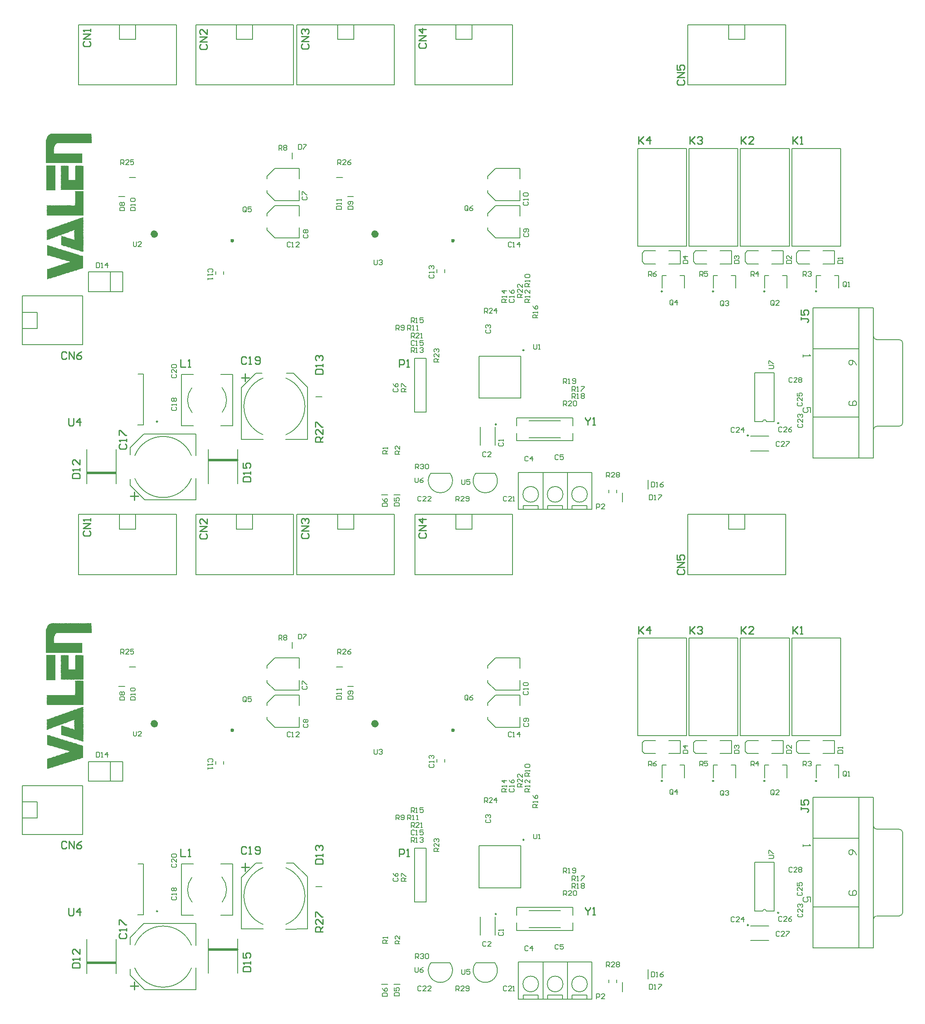
<source format=gto>
%FSLAX44Y44*%
%MOMM*%
G71*
G01*
G75*
G04 Layer_Color=65535*
%ADD10C,1.5000*%
%ADD11R,5.2500X1.0000*%
%ADD12R,1.0000X0.9000*%
%ADD13R,0.9000X1.0000*%
%ADD14R,1.3000X0.6000*%
%ADD15R,2.0000X2.2000*%
%ADD16R,1.0000X1.6000*%
%ADD17R,1.8000X1.6000*%
%ADD18R,4.0000X3.0000*%
%ADD19R,10.4000X10.5000*%
%ADD20R,3.5000X1.1000*%
%ADD21R,5.0000X3.0000*%
%ADD22R,1.5000X1.0000*%
%ADD23R,5.7000X2.5000*%
%ADD24R,1.6000X3.0000*%
%ADD25R,2.5000X5.7000*%
%ADD26R,1.0000X1.5000*%
%ADD27R,3.2000X1.6000*%
%ADD28R,0.9000X1.5000*%
%ADD29R,0.6800X1.3000*%
%ADD30R,6.2300X5.2500*%
%ADD31R,10.3000X5.2500*%
%ADD32R,1.6000X0.5000*%
%ADD33R,0.5000X1.6000*%
%ADD34R,2.2000X2.0000*%
%ADD35R,2.1000X1.8500*%
%ADD36R,1.5000X0.9000*%
%ADD37R,1.5000X1.3000*%
G04:AMPARAMS|DCode=38|XSize=2mm|YSize=3.4mm|CornerRadius=0mm|HoleSize=0mm|Usage=FLASHONLY|Rotation=180.000|XOffset=0mm|YOffset=0mm|HoleType=Round|Shape=Octagon|*
%AMOCTAGOND38*
4,1,8,0.5000,-1.7000,-0.5000,-1.7000,-1.0000,-1.2000,-1.0000,1.2000,-0.5000,1.7000,0.5000,1.7000,1.0000,1.2000,1.0000,-1.2000,0.5000,-1.7000,0.0*
%
%ADD38OCTAGOND38*%

%ADD39R,0.6000X1.6000*%
%ADD40R,0.7000X2.0000*%
%ADD41R,4.6000X4.7000*%
%ADD42R,0.6000X0.9000*%
%ADD43C,0.6000*%
%ADD44C,0.5000*%
%ADD45C,0.4000*%
%ADD46C,1.0000*%
%ADD47C,2.0000*%
%ADD48C,1.2000*%
%ADD49C,1.5000*%
%ADD50C,1.3000*%
%ADD51R,3.8000X1.6000*%
%ADD52R,3.8000X2.0000*%
%ADD53R,10.8000X4.1000*%
%ADD54R,3.6000X2.6000*%
%ADD55R,3.6000X2.4000*%
%ADD56R,3.6000X2.4000*%
%ADD57R,10.7000X4.4000*%
%ADD58R,2.0000X2.0000*%
%ADD59C,2.4000*%
%ADD60C,4.7600*%
%ADD61R,1.6900X1.6900*%
%ADD62C,1.6900*%
%ADD63C,2.5000*%
%ADD64C,2.0000*%
%ADD65R,1.6000X1.6000*%
%ADD66C,1.6000*%
%ADD67O,2.6000X3.0000*%
%ADD68O,3.0000X2.6000*%
%ADD69C,8.0000*%
%ADD70O,1.0000X2.0000*%
%ADD71O,1.0000X2.0000*%
%ADD72C,1.2700*%
%ADD73C,1.2000*%
%ADD74C,1.0000*%
%ADD75R,8.3000X3.0000*%
%ADD76R,11.4000X5.8000*%
%ADD77R,11.3000X5.8000*%
%ADD78R,8.7000X3.0000*%
%ADD79R,7.8000X6.1000*%
%ADD80R,8.2000X3.4000*%
%ADD81R,8.8000X2.5000*%
%ADD82R,5.0000X5.6000*%
%ADD83R,2.1000X14.7000*%
%ADD84R,1.9000X15.7000*%
%ADD85R,5.2000X5.1000*%
%ADD86R,5.2000X9.5000*%
%ADD87R,12.2000X5.4000*%
%ADD88R,11.0000X4.2000*%
%ADD89R,3.7000X0.8000*%
%ADD90R,5.5000X0.6000*%
%ADD91R,1.6000X0.3000*%
%ADD92C,0.2000*%
%ADD93C,0.2500*%
%ADD94C,0.2540*%
%ADD95C,0.1500*%
G36*
X127237Y656076D02*
X128532D01*
Y606892D01*
X54109D01*
Y607540D01*
X53462D01*
Y608834D01*
X54109D01*
Y609481D01*
X53462D01*
Y610775D01*
X54109D01*
Y611423D01*
X53462D01*
Y613364D01*
X54109D01*
Y614011D01*
X53462D01*
Y617247D01*
X54109D01*
Y617894D01*
X53462D01*
Y619188D01*
X54109D01*
Y619836D01*
X53462D01*
Y621130D01*
X54109D01*
Y621777D01*
X53462D01*
Y623718D01*
X54109D01*
Y624366D01*
X53462D01*
Y625013D01*
X54109D01*
Y625660D01*
X53462D01*
Y627601D01*
X55403D01*
Y626954D01*
X56051D01*
Y627601D01*
X57992D01*
Y626954D01*
X58639D01*
Y627601D01*
X59934D01*
Y626954D01*
X60581D01*
Y627601D01*
X61875D01*
Y626954D01*
X62522D01*
Y627601D01*
X63816D01*
Y626954D01*
X64464D01*
Y627601D01*
X65758D01*
Y626954D01*
X66405D01*
Y627601D01*
X68347D01*
Y626954D01*
X68994D01*
Y627601D01*
X69641D01*
Y626954D01*
X70288D01*
Y627601D01*
X72229D01*
Y626954D01*
X72877D01*
Y627601D01*
X73524D01*
Y626954D01*
X74171D01*
Y627601D01*
X74818D01*
Y626954D01*
X75465D01*
Y627601D01*
X77407D01*
Y626954D01*
X78054D01*
Y627601D01*
X80642D01*
Y626954D01*
X81290D01*
Y627601D01*
X83231D01*
Y626954D01*
X83878D01*
Y627601D01*
X85820D01*
Y626954D01*
X86467D01*
Y627601D01*
X88408D01*
Y626954D01*
X89055D01*
Y627601D01*
X90997D01*
Y626954D01*
X91644D01*
Y627601D01*
X93585D01*
Y626954D01*
X94233D01*
Y627601D01*
X98116D01*
Y626954D01*
X98763D01*
Y627601D01*
X100704D01*
Y626954D01*
X101351D01*
Y627601D01*
X102646D01*
Y626954D01*
X103293D01*
Y627601D01*
X104587D01*
Y626954D01*
X110411D01*
Y627601D01*
X111706D01*
Y628248D01*
X111059D01*
Y629543D01*
X111706D01*
Y630190D01*
X111059D01*
Y630837D01*
X111706D01*
Y655429D01*
X111059D01*
Y656076D01*
X111706D01*
Y656723D01*
X113647D01*
Y656076D01*
X114294D01*
Y656723D01*
X120119D01*
Y656076D01*
X120766D01*
Y656723D01*
X124002D01*
Y656076D01*
X124649D01*
Y656723D01*
X127237D01*
Y656076D01*
D02*
G37*
G36*
X127885Y602362D02*
X128532D01*
Y601068D01*
X127885D01*
Y600421D01*
X128532D01*
Y599774D01*
X127885D01*
Y599127D01*
X128532D01*
Y597832D01*
X127885D01*
Y597185D01*
X128532D01*
Y595891D01*
X127885D01*
Y595244D01*
X128532D01*
Y592655D01*
X127885D01*
Y592008D01*
X128532D01*
Y590714D01*
X127885D01*
Y590066D01*
X128532D01*
Y588772D01*
X127885D01*
Y588125D01*
X128532D01*
Y586184D01*
X127885D01*
Y585536D01*
X128532D01*
Y582948D01*
X127885D01*
Y582301D01*
X128532D01*
Y580359D01*
X127885D01*
Y579712D01*
X128532D01*
Y579065D01*
X127885D01*
Y578418D01*
X128532D01*
Y577123D01*
X127885D01*
Y576476D01*
X128532D01*
Y575182D01*
X127885D01*
Y574535D01*
X128532D01*
Y573888D01*
X127885D01*
Y573241D01*
X128532D01*
Y570652D01*
X127885D01*
Y570005D01*
X128532D01*
Y569358D01*
X127885D01*
Y568711D01*
X128532D01*
Y567416D01*
X127885D01*
Y566769D01*
X128532D01*
Y564827D01*
X127885D01*
Y564180D01*
X128532D01*
Y560298D01*
X127885D01*
Y559650D01*
X128532D01*
Y558356D01*
X127885D01*
Y557709D01*
X128532D01*
Y544766D01*
X127885D01*
Y544119D01*
X128532D01*
Y542177D01*
X127885D01*
Y541530D01*
X128532D01*
Y539589D01*
X127885D01*
Y538941D01*
X128532D01*
Y537647D01*
X127885D01*
Y537000D01*
X128532D01*
Y535706D01*
X127885D01*
Y535059D01*
X128532D01*
Y532470D01*
X127237D01*
Y531823D01*
X126590D01*
Y532470D01*
X125943D01*
Y533117D01*
X125296D01*
Y532470D01*
X124649D01*
Y533117D01*
X123354D01*
Y533764D01*
X121413D01*
Y534411D01*
X119472D01*
Y535059D01*
X117530D01*
Y535706D01*
X115589D01*
Y536353D01*
X113000D01*
Y537000D01*
X110411D01*
Y537647D01*
X109117D01*
Y538294D01*
X107823D01*
Y538941D01*
X107176D01*
Y538294D01*
X106529D01*
Y538941D01*
X104587D01*
Y539589D01*
X102646D01*
Y540236D01*
X101998D01*
Y540883D01*
X101351D01*
Y540236D01*
X100704D01*
Y540883D01*
X99410D01*
Y541530D01*
X98763D01*
Y540883D01*
X98116D01*
Y541530D01*
X96821D01*
Y542177D01*
X94880D01*
Y542824D01*
X92938D01*
Y543471D01*
X90350D01*
Y544119D01*
X87761D01*
Y544766D01*
X86467D01*
Y545413D01*
X83878D01*
Y546060D01*
X83231D01*
Y561592D01*
X83878D01*
Y562239D01*
X83231D01*
Y563533D01*
X83878D01*
Y564180D01*
X83231D01*
Y565475D01*
X83878D01*
Y564827D01*
X85172D01*
Y564180D01*
X87761D01*
Y563533D01*
X89055D01*
Y562886D01*
X91644D01*
Y562239D01*
X92938D01*
Y561592D01*
X94880D01*
Y560945D01*
X95527D01*
Y561592D01*
X96174D01*
Y560945D01*
X98116D01*
Y560298D01*
X100057D01*
Y559650D01*
X101998D01*
Y559003D01*
X104587D01*
Y558356D01*
X106529D01*
Y557709D01*
X108470D01*
Y557062D01*
X109117D01*
Y556415D01*
X110411D01*
Y563533D01*
X109764D01*
Y564180D01*
X110411D01*
Y564827D01*
X109764D01*
Y565475D01*
X110411D01*
Y566769D01*
X109764D01*
Y567416D01*
X110411D01*
Y568063D01*
X109764D01*
Y568711D01*
X110411D01*
Y569358D01*
X109764D01*
Y570005D01*
X110411D01*
Y570652D01*
X109764D01*
Y571299D01*
X110411D01*
Y571946D01*
X109764D01*
Y573888D01*
X110411D01*
Y576476D01*
X108470D01*
Y575829D01*
X107176D01*
Y575182D01*
X105234D01*
Y574535D01*
X103293D01*
Y573888D01*
X101351D01*
Y573241D01*
X100057D01*
Y572593D01*
X98116D01*
Y571946D01*
X96821D01*
Y571299D01*
X94880D01*
Y570652D01*
X92938D01*
Y570005D01*
X90997D01*
Y569358D01*
X89055D01*
Y568711D01*
X87761D01*
Y568063D01*
X85820D01*
Y567416D01*
X83878D01*
Y566769D01*
X82584D01*
Y566122D01*
X80642D01*
Y565475D01*
X79348D01*
Y564827D01*
X78701D01*
Y565475D01*
X78054D01*
Y564827D01*
X76760D01*
Y564180D01*
X75465D01*
Y563533D01*
X74171D01*
Y562886D01*
X73524D01*
Y563533D01*
X72877D01*
Y562886D01*
X71582D01*
Y562239D01*
X70288D01*
Y561592D01*
X68347D01*
Y560945D01*
X66405D01*
Y560298D01*
X64464D01*
Y559650D01*
X63169D01*
Y559003D01*
X61228D01*
Y558356D01*
X59286D01*
Y557709D01*
X57992D01*
Y557062D01*
X56051D01*
Y556415D01*
X53462D01*
Y558356D01*
X54109D01*
Y559003D01*
X53462D01*
Y559650D01*
X54109D01*
Y560298D01*
X53462D01*
Y561592D01*
X54109D01*
Y562239D01*
X53462D01*
Y563533D01*
X54109D01*
Y564180D01*
X53462D01*
Y564827D01*
X54109D01*
Y565475D01*
X53462D01*
Y567416D01*
X54109D01*
Y568063D01*
X53462D01*
Y569358D01*
X54109D01*
Y570005D01*
X53462D01*
Y570652D01*
X54109D01*
Y571299D01*
X53462D01*
Y571946D01*
X54109D01*
Y572593D01*
X53462D01*
Y573888D01*
X54109D01*
Y574535D01*
X53462D01*
Y575182D01*
X54109D01*
Y575829D01*
X53462D01*
Y577123D01*
X54756D01*
Y577771D01*
X55403D01*
Y577123D01*
X56051D01*
Y577771D01*
X56698D01*
Y578418D01*
X58639D01*
Y579065D01*
X61228D01*
Y579712D01*
X63169D01*
Y580359D01*
X64464D01*
Y581006D01*
X65758D01*
Y581654D01*
X66405D01*
Y581006D01*
X67052D01*
Y581654D01*
X67699D01*
Y582301D01*
X69641D01*
Y582948D01*
X71582D01*
Y583595D01*
X73524D01*
Y584242D01*
X74818D01*
Y584889D01*
X75465D01*
Y584242D01*
X76112D01*
Y584889D01*
X77407D01*
Y585536D01*
X79348D01*
Y586184D01*
X81290D01*
Y586831D01*
X82584D01*
Y587478D01*
X84525D01*
Y588125D01*
X85820D01*
Y588772D01*
X88408D01*
Y589419D01*
X89703D01*
Y590066D01*
X91644D01*
Y590714D01*
X92938D01*
Y591361D01*
X93585D01*
Y590714D01*
X94233D01*
Y591361D01*
X96174D01*
Y592008D01*
X96821D01*
Y592655D01*
X99410D01*
Y593302D01*
X100704D01*
Y593949D01*
X102646D01*
Y594597D01*
X104587D01*
Y595244D01*
X106529D01*
Y595891D01*
X107823D01*
Y596538D01*
X109764D01*
Y597185D01*
X111706D01*
Y597832D01*
X113647D01*
Y598479D01*
X114294D01*
Y597832D01*
X114942D01*
Y598479D01*
X115589D01*
Y599127D01*
X116883D01*
Y599774D01*
X118824D01*
Y600421D01*
X119472D01*
Y599774D01*
X120119D01*
Y600421D01*
X120766D01*
Y601068D01*
X122707D01*
Y601715D01*
X124649D01*
Y602362D01*
X125943D01*
Y603009D01*
X126590D01*
Y602362D01*
X127237D01*
Y603009D01*
X127885D01*
Y602362D01*
D02*
G37*
G36*
X55403Y545413D02*
X57992D01*
Y544766D01*
X59934D01*
Y544119D01*
X61875D01*
Y543471D01*
X63816D01*
Y542824D01*
X66405D01*
Y542177D01*
X68347D01*
Y541530D01*
X70288D01*
Y540883D01*
X72229D01*
Y540236D01*
X74171D01*
Y539589D01*
X76760D01*
Y538941D01*
X78054D01*
Y538294D01*
X78701D01*
Y538941D01*
X79348D01*
Y538294D01*
X80642D01*
Y537647D01*
X83231D01*
Y537000D01*
X85172D01*
Y536353D01*
X87114D01*
Y535706D01*
X87761D01*
Y535059D01*
X88408D01*
Y535706D01*
X89703D01*
Y535059D01*
X90350D01*
Y534411D01*
X90997D01*
Y535059D01*
X91644D01*
Y534411D01*
X93585D01*
Y533764D01*
X95527D01*
Y533117D01*
X96821D01*
Y532470D01*
X99410D01*
Y531823D01*
X101998D01*
Y531176D01*
X103940D01*
Y530528D01*
X105234D01*
Y529881D01*
X105881D01*
Y530528D01*
X106529D01*
Y529881D01*
X107823D01*
Y529234D01*
X109764D01*
Y528587D01*
X111706D01*
Y527940D01*
X112353D01*
Y528587D01*
X113000D01*
Y527940D01*
X114942D01*
Y527293D01*
X116236D01*
Y526646D01*
X118824D01*
Y525998D01*
X119472D01*
Y525351D01*
X120119D01*
Y525998D01*
X120766D01*
Y525351D01*
X122060D01*
Y524704D01*
X125296D01*
Y524057D01*
X127237D01*
Y523410D01*
X127885D01*
Y498818D01*
X127237D01*
Y498171D01*
X124649D01*
Y497524D01*
X122707D01*
Y496877D01*
X121413D01*
Y496229D01*
X118824D01*
Y495582D01*
X116236D01*
Y494935D01*
X114942D01*
Y494288D01*
X112353D01*
Y493641D01*
X110411D01*
Y492994D01*
X108470D01*
Y492346D01*
X105881D01*
Y491699D01*
X104587D01*
Y491052D01*
X101998D01*
Y490405D01*
X100057D01*
Y489758D01*
X98116D01*
Y489111D01*
X96174D01*
Y488464D01*
X93585D01*
Y487816D01*
X91644D01*
Y487169D01*
X90350D01*
Y486522D01*
X89703D01*
Y487169D01*
X89055D01*
Y486522D01*
X87761D01*
Y485875D01*
X85820D01*
Y485228D01*
X83878D01*
Y484581D01*
X81290D01*
Y483933D01*
X78701D01*
Y483286D01*
X77407D01*
Y482639D01*
X74818D01*
Y481992D01*
X73524D01*
Y481345D01*
X70935D01*
Y480698D01*
X68347D01*
Y480051D01*
X67052D01*
Y479403D01*
X64464D01*
Y478756D01*
X62522D01*
Y478109D01*
X60581D01*
Y477462D01*
X57992D01*
Y476815D01*
X56051D01*
Y476168D01*
X54756D01*
Y475521D01*
X54109D01*
Y496229D01*
X54756D01*
Y496877D01*
X56051D01*
Y497524D01*
X56698D01*
Y496877D01*
X57345D01*
Y497524D01*
X58639D01*
Y498171D01*
X61228D01*
Y498818D01*
X62522D01*
Y499465D01*
X64464D01*
Y500112D01*
X66405D01*
Y500760D01*
X68994D01*
Y501407D01*
X70935D01*
Y502054D01*
X72229D01*
Y502701D01*
X74171D01*
Y503348D01*
X76112D01*
Y503995D01*
X78054D01*
Y504642D01*
X80642D01*
Y505289D01*
X81937D01*
Y505937D01*
X83878D01*
Y506584D01*
X86467D01*
Y507231D01*
X87761D01*
Y507878D01*
X88408D01*
Y507231D01*
X89055D01*
Y507878D01*
X90350D01*
Y508525D01*
X91644D01*
Y509173D01*
X94233D01*
Y509820D01*
X96821D01*
Y510467D01*
X98116D01*
Y511114D01*
X100057D01*
Y511761D01*
X100704D01*
Y512408D01*
X99410D01*
Y513055D01*
X98763D01*
Y512408D01*
X98116D01*
Y513055D01*
X96821D01*
Y513703D01*
X94880D01*
Y514350D01*
X94233D01*
Y513703D01*
X93585D01*
Y514350D01*
X92291D01*
Y514997D01*
X89703D01*
Y515644D01*
X88408D01*
Y516291D01*
X87761D01*
Y515644D01*
X87114D01*
Y516291D01*
X85172D01*
Y516938D01*
X82584D01*
Y517585D01*
X80642D01*
Y518233D01*
X79348D01*
Y518880D01*
X78701D01*
Y518233D01*
X78054D01*
Y518880D01*
X76760D01*
Y519527D01*
X74171D01*
Y520174D01*
X72229D01*
Y520821D01*
X71582D01*
Y520174D01*
X70935D01*
Y520821D01*
X70288D01*
Y521468D01*
X69641D01*
Y520821D01*
X68994D01*
Y521468D01*
X67699D01*
Y522116D01*
X65111D01*
Y522763D01*
X62522D01*
Y523410D01*
X60581D01*
Y524057D01*
X57992D01*
Y524704D01*
X55403D01*
Y525351D01*
X54109D01*
Y546060D01*
X55403D01*
Y545413D01*
D02*
G37*
G36*
X145358Y773858D02*
X144711D01*
Y773211D01*
X145358D01*
Y770622D01*
X146005D01*
Y769975D01*
X145358D01*
Y768680D01*
X146005D01*
Y768033D01*
X145358D01*
Y767386D01*
X146005D01*
Y766739D01*
X145358D01*
Y766092D01*
X146005D01*
Y764150D01*
X145358D01*
Y763503D01*
X146005D01*
Y754443D01*
X74818D01*
Y753796D01*
X74171D01*
Y753149D01*
X73524D01*
Y753796D01*
X72877D01*
Y752502D01*
X71582D01*
Y751854D01*
X70935D01*
Y750560D01*
X70288D01*
Y748619D01*
X69641D01*
Y747325D01*
X68994D01*
Y742794D01*
X68347D01*
Y742147D01*
X68994D01*
Y740853D01*
X68347D01*
Y740206D01*
X68994D01*
Y739559D01*
X68347D01*
Y738912D01*
X68994D01*
Y737617D01*
X68347D01*
Y736970D01*
X68994D01*
Y736323D01*
X68347D01*
Y735676D01*
X68994D01*
Y735029D01*
X68347D01*
Y734381D01*
X68994D01*
Y733734D01*
X125943D01*
Y713673D01*
X51521D01*
Y759620D01*
X52168D01*
Y761562D01*
X52815D01*
Y763503D01*
X53462D01*
Y765445D01*
X54109D01*
Y766739D01*
X54756D01*
Y768033D01*
X55403D01*
Y769328D01*
X56051D01*
Y769975D01*
X56698D01*
Y770622D01*
X57345D01*
Y771269D01*
X57992D01*
Y771916D01*
X58639D01*
Y772563D01*
X59934D01*
Y773211D01*
X61228D01*
Y773858D01*
X63169D01*
Y774505D01*
X63816D01*
Y773858D01*
X64464D01*
Y774505D01*
X65111D01*
Y773858D01*
X65758D01*
Y774505D01*
X67699D01*
Y773858D01*
X68347D01*
Y774505D01*
X69641D01*
Y773858D01*
X70288D01*
Y774505D01*
X70935D01*
Y773858D01*
X71582D01*
Y774505D01*
X72877D01*
Y773858D01*
X73524D01*
Y774505D01*
X75465D01*
Y773858D01*
X76112D01*
Y774505D01*
X77407D01*
Y773858D01*
X78054D01*
Y774505D01*
X78701D01*
Y773858D01*
X79348D01*
Y774505D01*
X80642D01*
Y773858D01*
X81290D01*
Y774505D01*
X82584D01*
Y773858D01*
X83231D01*
Y774505D01*
X83878D01*
Y773858D01*
X84525D01*
Y774505D01*
X86467D01*
Y773858D01*
X87114D01*
Y774505D01*
X87761D01*
Y773858D01*
X88408D01*
Y774505D01*
X90350D01*
Y773858D01*
X90997D01*
Y774505D01*
X92938D01*
Y773858D01*
X93585D01*
Y774505D01*
X94880D01*
Y773858D01*
X95527D01*
Y774505D01*
X96821D01*
Y773858D01*
X97468D01*
Y774505D01*
X99410D01*
Y773858D01*
X100057D01*
Y774505D01*
X100704D01*
Y773858D01*
X101351D01*
Y774505D01*
X103293D01*
Y773858D01*
X103940D01*
Y774505D01*
X105881D01*
Y773858D01*
X106529D01*
Y774505D01*
X108470D01*
Y773858D01*
X109117D01*
Y774505D01*
X111059D01*
Y773858D01*
X111706D01*
Y774505D01*
X113647D01*
Y773858D01*
X114294D01*
Y774505D01*
X116236D01*
Y773858D01*
X116883D01*
Y774505D01*
X117530D01*
Y773858D01*
X118177D01*
Y774505D01*
X119472D01*
Y773858D01*
X120119D01*
Y774505D01*
X121413D01*
Y773858D01*
X122060D01*
Y774505D01*
X124002D01*
Y773858D01*
X124649D01*
Y774505D01*
X125296D01*
Y773858D01*
X125943D01*
Y774505D01*
X127237D01*
Y773858D01*
X127885D01*
Y774505D01*
X129179D01*
Y773858D01*
X129826D01*
Y774505D01*
X130473D01*
Y773858D01*
X131120D01*
Y774505D01*
X132415D01*
Y773858D01*
X133062D01*
Y774505D01*
X135003D01*
Y773858D01*
X135650D01*
Y774505D01*
X136945D01*
Y773858D01*
X137592D01*
Y774505D01*
X139533D01*
Y773858D01*
X140180D01*
Y774505D01*
X140828D01*
Y773858D01*
X141475D01*
Y774505D01*
X142122D01*
Y773858D01*
X142769D01*
Y774505D01*
X145358D01*
Y773858D01*
D02*
G37*
G36*
X126590Y708495D02*
X128532D01*
Y659312D01*
X127885D01*
Y658665D01*
X127237D01*
Y659312D01*
X125943D01*
Y658665D01*
X124649D01*
Y659312D01*
X124002D01*
Y658665D01*
X123354D01*
Y659312D01*
X122707D01*
Y658665D01*
X121413D01*
Y659312D01*
X120766D01*
Y658665D01*
X119472D01*
Y659312D01*
X118824D01*
Y658665D01*
X116883D01*
Y659312D01*
X116236D01*
Y658665D01*
X114294D01*
Y659312D01*
X113647D01*
Y658665D01*
X113000D01*
Y659312D01*
X112353D01*
Y658665D01*
X111059D01*
Y659312D01*
X110411D01*
Y658665D01*
X109764D01*
Y659312D01*
X109117D01*
Y658665D01*
X106529D01*
Y659312D01*
X105881D01*
Y658665D01*
X104587D01*
Y659312D01*
X103940D01*
Y658665D01*
X101998D01*
Y659312D01*
X101351D01*
Y658665D01*
X100057D01*
Y659312D01*
X99410D01*
Y658665D01*
X98116D01*
Y659312D01*
X97468D01*
Y658665D01*
X96174D01*
Y659312D01*
X95527D01*
Y658665D01*
X94880D01*
Y659312D01*
X94233D01*
Y658665D01*
X92938D01*
Y659312D01*
X92291D01*
Y658665D01*
X91644D01*
Y659312D01*
X90997D01*
Y658665D01*
X90350D01*
Y659312D01*
X89703D01*
Y658665D01*
X88408D01*
Y659312D01*
X87761D01*
Y658665D01*
X85820D01*
Y659312D01*
X85172D01*
Y658665D01*
X84525D01*
Y659312D01*
X83878D01*
Y658665D01*
X83231D01*
Y659312D01*
X82584D01*
Y660606D01*
X83231D01*
Y661253D01*
X82584D01*
Y662548D01*
X83231D01*
Y663195D01*
X82584D01*
Y664489D01*
X83231D01*
Y665136D01*
X82584D01*
Y666430D01*
X83231D01*
Y667078D01*
X82584D01*
Y669019D01*
X83231D01*
Y669666D01*
X82584D01*
Y670313D01*
X83231D01*
Y670960D01*
X82584D01*
Y671608D01*
X83231D01*
Y672255D01*
X82584D01*
Y674196D01*
X83231D01*
Y674843D01*
X82584D01*
Y676785D01*
X83231D01*
Y677432D01*
X82584D01*
Y678726D01*
X83231D01*
Y679373D01*
X82584D01*
Y681962D01*
X83231D01*
Y682609D01*
X82584D01*
Y683904D01*
X83231D01*
Y684551D01*
X82584D01*
Y685198D01*
X83231D01*
Y685845D01*
X82584D01*
Y689728D01*
X83231D01*
Y690375D01*
X82584D01*
Y691022D01*
X83231D01*
Y691669D01*
X82584D01*
Y692317D01*
X83231D01*
Y692964D01*
X82584D01*
Y693611D01*
X83231D01*
Y694258D01*
X82584D01*
Y694905D01*
X83231D01*
Y695552D01*
X82584D01*
Y696199D01*
X83231D01*
Y696847D01*
X82584D01*
Y698788D01*
X83231D01*
Y699435D01*
X82584D01*
Y700082D01*
X83231D01*
Y700730D01*
X82584D01*
Y701377D01*
X83231D01*
Y702024D01*
X82584D01*
Y702671D01*
X83231D01*
Y703318D01*
X82584D01*
Y703965D01*
X83231D01*
Y704612D01*
X82584D01*
Y705907D01*
X83231D01*
Y706554D01*
X82584D01*
Y708495D01*
X83878D01*
Y709143D01*
X84525D01*
Y708495D01*
X85820D01*
Y709143D01*
X86467D01*
Y708495D01*
X87114D01*
Y709143D01*
X88408D01*
Y708495D01*
X89055D01*
Y709143D01*
X89703D01*
Y708495D01*
X90350D01*
Y709143D01*
X90997D01*
Y708495D01*
X92291D01*
Y709143D01*
X92938D01*
Y708495D01*
X93585D01*
Y709143D01*
X94233D01*
Y708495D01*
X96174D01*
Y709143D01*
X96821D01*
Y708495D01*
X98116D01*
Y709143D01*
X98763D01*
Y679373D01*
X111706D01*
Y708495D01*
X113647D01*
Y709143D01*
X116236D01*
Y708495D01*
X116883D01*
Y709143D01*
X118824D01*
Y708495D01*
X119472D01*
Y709143D01*
X120119D01*
Y708495D01*
X120766D01*
Y709143D01*
X121413D01*
Y708495D01*
X122060D01*
Y709143D01*
X124002D01*
Y708495D01*
X124649D01*
Y709143D01*
X125296D01*
Y708495D01*
X125943D01*
Y709143D01*
X126590D01*
Y708495D01*
D02*
G37*
G36*
X70935Y658018D02*
X52815D01*
Y709143D01*
X70935D01*
Y658018D01*
D02*
G37*
G36*
X127237Y1658076D02*
X128532D01*
Y1608892D01*
X54109D01*
Y1609540D01*
X53462D01*
Y1610834D01*
X54109D01*
Y1611481D01*
X53462D01*
Y1612775D01*
X54109D01*
Y1613423D01*
X53462D01*
Y1615364D01*
X54109D01*
Y1616011D01*
X53462D01*
Y1619247D01*
X54109D01*
Y1619894D01*
X53462D01*
Y1621188D01*
X54109D01*
Y1621835D01*
X53462D01*
Y1623130D01*
X54109D01*
Y1623777D01*
X53462D01*
Y1625718D01*
X54109D01*
Y1626366D01*
X53462D01*
Y1627013D01*
X54109D01*
Y1627660D01*
X53462D01*
Y1629601D01*
X55403D01*
Y1628954D01*
X56051D01*
Y1629601D01*
X57992D01*
Y1628954D01*
X58639D01*
Y1629601D01*
X59934D01*
Y1628954D01*
X60581D01*
Y1629601D01*
X61875D01*
Y1628954D01*
X62522D01*
Y1629601D01*
X63816D01*
Y1628954D01*
X64464D01*
Y1629601D01*
X65758D01*
Y1628954D01*
X66405D01*
Y1629601D01*
X68347D01*
Y1628954D01*
X68994D01*
Y1629601D01*
X69641D01*
Y1628954D01*
X70288D01*
Y1629601D01*
X72229D01*
Y1628954D01*
X72877D01*
Y1629601D01*
X73524D01*
Y1628954D01*
X74171D01*
Y1629601D01*
X74818D01*
Y1628954D01*
X75465D01*
Y1629601D01*
X77407D01*
Y1628954D01*
X78054D01*
Y1629601D01*
X80642D01*
Y1628954D01*
X81290D01*
Y1629601D01*
X83231D01*
Y1628954D01*
X83878D01*
Y1629601D01*
X85820D01*
Y1628954D01*
X86467D01*
Y1629601D01*
X88408D01*
Y1628954D01*
X89055D01*
Y1629601D01*
X90997D01*
Y1628954D01*
X91644D01*
Y1629601D01*
X93585D01*
Y1628954D01*
X94233D01*
Y1629601D01*
X98116D01*
Y1628954D01*
X98763D01*
Y1629601D01*
X100704D01*
Y1628954D01*
X101351D01*
Y1629601D01*
X102646D01*
Y1628954D01*
X103293D01*
Y1629601D01*
X104587D01*
Y1628954D01*
X110411D01*
Y1629601D01*
X111706D01*
Y1630249D01*
X111059D01*
Y1631543D01*
X111706D01*
Y1632190D01*
X111059D01*
Y1632837D01*
X111706D01*
Y1657429D01*
X111059D01*
Y1658076D01*
X111706D01*
Y1658723D01*
X113647D01*
Y1658076D01*
X114294D01*
Y1658723D01*
X120119D01*
Y1658076D01*
X120766D01*
Y1658723D01*
X124002D01*
Y1658076D01*
X124649D01*
Y1658723D01*
X127237D01*
Y1658076D01*
D02*
G37*
G36*
X127885Y1604362D02*
X128532D01*
Y1603068D01*
X127885D01*
Y1602421D01*
X128532D01*
Y1601774D01*
X127885D01*
Y1601127D01*
X128532D01*
Y1599832D01*
X127885D01*
Y1599185D01*
X128532D01*
Y1597891D01*
X127885D01*
Y1597244D01*
X128532D01*
Y1594655D01*
X127885D01*
Y1594008D01*
X128532D01*
Y1592714D01*
X127885D01*
Y1592066D01*
X128532D01*
Y1590772D01*
X127885D01*
Y1590125D01*
X128532D01*
Y1588184D01*
X127885D01*
Y1587536D01*
X128532D01*
Y1584948D01*
X127885D01*
Y1584301D01*
X128532D01*
Y1582359D01*
X127885D01*
Y1581712D01*
X128532D01*
Y1581065D01*
X127885D01*
Y1580418D01*
X128532D01*
Y1579123D01*
X127885D01*
Y1578476D01*
X128532D01*
Y1577182D01*
X127885D01*
Y1576535D01*
X128532D01*
Y1575888D01*
X127885D01*
Y1575240D01*
X128532D01*
Y1572652D01*
X127885D01*
Y1572005D01*
X128532D01*
Y1571358D01*
X127885D01*
Y1570710D01*
X128532D01*
Y1569416D01*
X127885D01*
Y1568769D01*
X128532D01*
Y1566828D01*
X127885D01*
Y1566180D01*
X128532D01*
Y1562298D01*
X127885D01*
Y1561650D01*
X128532D01*
Y1560356D01*
X127885D01*
Y1559709D01*
X128532D01*
Y1546766D01*
X127885D01*
Y1546119D01*
X128532D01*
Y1544177D01*
X127885D01*
Y1543530D01*
X128532D01*
Y1541589D01*
X127885D01*
Y1540941D01*
X128532D01*
Y1539647D01*
X127885D01*
Y1539000D01*
X128532D01*
Y1537706D01*
X127885D01*
Y1537059D01*
X128532D01*
Y1534470D01*
X127237D01*
Y1533823D01*
X126590D01*
Y1534470D01*
X125943D01*
Y1535117D01*
X125296D01*
Y1534470D01*
X124649D01*
Y1535117D01*
X123354D01*
Y1535764D01*
X121413D01*
Y1536411D01*
X119472D01*
Y1537059D01*
X117530D01*
Y1537706D01*
X115589D01*
Y1538353D01*
X113000D01*
Y1539000D01*
X110411D01*
Y1539647D01*
X109117D01*
Y1540294D01*
X107823D01*
Y1540941D01*
X107176D01*
Y1540294D01*
X106529D01*
Y1540941D01*
X104587D01*
Y1541589D01*
X102646D01*
Y1542236D01*
X101998D01*
Y1542883D01*
X101351D01*
Y1542236D01*
X100704D01*
Y1542883D01*
X99410D01*
Y1543530D01*
X98763D01*
Y1542883D01*
X98116D01*
Y1543530D01*
X96821D01*
Y1544177D01*
X94880D01*
Y1544824D01*
X92938D01*
Y1545471D01*
X90350D01*
Y1546119D01*
X87761D01*
Y1546766D01*
X86467D01*
Y1547413D01*
X83878D01*
Y1548060D01*
X83231D01*
Y1563592D01*
X83878D01*
Y1564239D01*
X83231D01*
Y1565533D01*
X83878D01*
Y1566180D01*
X83231D01*
Y1567475D01*
X83878D01*
Y1566828D01*
X85172D01*
Y1566180D01*
X87761D01*
Y1565533D01*
X89055D01*
Y1564886D01*
X91644D01*
Y1564239D01*
X92938D01*
Y1563592D01*
X94880D01*
Y1562945D01*
X95527D01*
Y1563592D01*
X96174D01*
Y1562945D01*
X98116D01*
Y1562298D01*
X100057D01*
Y1561650D01*
X101998D01*
Y1561003D01*
X104587D01*
Y1560356D01*
X106529D01*
Y1559709D01*
X108470D01*
Y1559062D01*
X109117D01*
Y1558415D01*
X110411D01*
Y1565533D01*
X109764D01*
Y1566180D01*
X110411D01*
Y1566828D01*
X109764D01*
Y1567475D01*
X110411D01*
Y1568769D01*
X109764D01*
Y1569416D01*
X110411D01*
Y1570063D01*
X109764D01*
Y1570710D01*
X110411D01*
Y1571358D01*
X109764D01*
Y1572005D01*
X110411D01*
Y1572652D01*
X109764D01*
Y1573299D01*
X110411D01*
Y1573946D01*
X109764D01*
Y1575888D01*
X110411D01*
Y1578476D01*
X108470D01*
Y1577829D01*
X107176D01*
Y1577182D01*
X105234D01*
Y1576535D01*
X103293D01*
Y1575888D01*
X101351D01*
Y1575240D01*
X100057D01*
Y1574593D01*
X98116D01*
Y1573946D01*
X96821D01*
Y1573299D01*
X94880D01*
Y1572652D01*
X92938D01*
Y1572005D01*
X90997D01*
Y1571358D01*
X89055D01*
Y1570710D01*
X87761D01*
Y1570063D01*
X85820D01*
Y1569416D01*
X83878D01*
Y1568769D01*
X82584D01*
Y1568122D01*
X80642D01*
Y1567475D01*
X79348D01*
Y1566828D01*
X78701D01*
Y1567475D01*
X78054D01*
Y1566828D01*
X76760D01*
Y1566180D01*
X75465D01*
Y1565533D01*
X74171D01*
Y1564886D01*
X73524D01*
Y1565533D01*
X72877D01*
Y1564886D01*
X71582D01*
Y1564239D01*
X70288D01*
Y1563592D01*
X68347D01*
Y1562945D01*
X66405D01*
Y1562298D01*
X64464D01*
Y1561650D01*
X63169D01*
Y1561003D01*
X61228D01*
Y1560356D01*
X59286D01*
Y1559709D01*
X57992D01*
Y1559062D01*
X56051D01*
Y1558415D01*
X53462D01*
Y1560356D01*
X54109D01*
Y1561003D01*
X53462D01*
Y1561650D01*
X54109D01*
Y1562298D01*
X53462D01*
Y1563592D01*
X54109D01*
Y1564239D01*
X53462D01*
Y1565533D01*
X54109D01*
Y1566180D01*
X53462D01*
Y1566828D01*
X54109D01*
Y1567475D01*
X53462D01*
Y1569416D01*
X54109D01*
Y1570063D01*
X53462D01*
Y1571358D01*
X54109D01*
Y1572005D01*
X53462D01*
Y1572652D01*
X54109D01*
Y1573299D01*
X53462D01*
Y1573946D01*
X54109D01*
Y1574593D01*
X53462D01*
Y1575888D01*
X54109D01*
Y1576535D01*
X53462D01*
Y1577182D01*
X54109D01*
Y1577829D01*
X53462D01*
Y1579123D01*
X54756D01*
Y1579771D01*
X55403D01*
Y1579123D01*
X56051D01*
Y1579771D01*
X56698D01*
Y1580418D01*
X58639D01*
Y1581065D01*
X61228D01*
Y1581712D01*
X63169D01*
Y1582359D01*
X64464D01*
Y1583006D01*
X65758D01*
Y1583654D01*
X66405D01*
Y1583006D01*
X67052D01*
Y1583654D01*
X67699D01*
Y1584301D01*
X69641D01*
Y1584948D01*
X71582D01*
Y1585595D01*
X73524D01*
Y1586242D01*
X74818D01*
Y1586889D01*
X75465D01*
Y1586242D01*
X76112D01*
Y1586889D01*
X77407D01*
Y1587536D01*
X79348D01*
Y1588184D01*
X81290D01*
Y1588831D01*
X82584D01*
Y1589478D01*
X84525D01*
Y1590125D01*
X85820D01*
Y1590772D01*
X88408D01*
Y1591419D01*
X89703D01*
Y1592066D01*
X91644D01*
Y1592714D01*
X92938D01*
Y1593361D01*
X93585D01*
Y1592714D01*
X94233D01*
Y1593361D01*
X96174D01*
Y1594008D01*
X96821D01*
Y1594655D01*
X99410D01*
Y1595302D01*
X100704D01*
Y1595949D01*
X102646D01*
Y1596597D01*
X104587D01*
Y1597244D01*
X106529D01*
Y1597891D01*
X107823D01*
Y1598538D01*
X109764D01*
Y1599185D01*
X111706D01*
Y1599832D01*
X113647D01*
Y1600479D01*
X114294D01*
Y1599832D01*
X114942D01*
Y1600479D01*
X115589D01*
Y1601127D01*
X116883D01*
Y1601774D01*
X118824D01*
Y1602421D01*
X119472D01*
Y1601774D01*
X120119D01*
Y1602421D01*
X120766D01*
Y1603068D01*
X122707D01*
Y1603715D01*
X124649D01*
Y1604362D01*
X125943D01*
Y1605009D01*
X126590D01*
Y1604362D01*
X127237D01*
Y1605009D01*
X127885D01*
Y1604362D01*
D02*
G37*
G36*
X55403Y1547413D02*
X57992D01*
Y1546766D01*
X59934D01*
Y1546119D01*
X61875D01*
Y1545471D01*
X63816D01*
Y1544824D01*
X66405D01*
Y1544177D01*
X68347D01*
Y1543530D01*
X70288D01*
Y1542883D01*
X72229D01*
Y1542236D01*
X74171D01*
Y1541589D01*
X76760D01*
Y1540941D01*
X78054D01*
Y1540294D01*
X78701D01*
Y1540941D01*
X79348D01*
Y1540294D01*
X80642D01*
Y1539647D01*
X83231D01*
Y1539000D01*
X85172D01*
Y1538353D01*
X87114D01*
Y1537706D01*
X87761D01*
Y1537059D01*
X88408D01*
Y1537706D01*
X89703D01*
Y1537059D01*
X90350D01*
Y1536411D01*
X90997D01*
Y1537059D01*
X91644D01*
Y1536411D01*
X93585D01*
Y1535764D01*
X95527D01*
Y1535117D01*
X96821D01*
Y1534470D01*
X99410D01*
Y1533823D01*
X101998D01*
Y1533176D01*
X103940D01*
Y1532529D01*
X105234D01*
Y1531881D01*
X105881D01*
Y1532529D01*
X106529D01*
Y1531881D01*
X107823D01*
Y1531234D01*
X109764D01*
Y1530587D01*
X111706D01*
Y1529940D01*
X112353D01*
Y1530587D01*
X113000D01*
Y1529940D01*
X114942D01*
Y1529293D01*
X116236D01*
Y1528646D01*
X118824D01*
Y1527998D01*
X119472D01*
Y1527351D01*
X120119D01*
Y1527998D01*
X120766D01*
Y1527351D01*
X122060D01*
Y1526704D01*
X125296D01*
Y1526057D01*
X127237D01*
Y1525410D01*
X127885D01*
Y1500818D01*
X127237D01*
Y1500171D01*
X124649D01*
Y1499524D01*
X122707D01*
Y1498877D01*
X121413D01*
Y1498229D01*
X118824D01*
Y1497582D01*
X116236D01*
Y1496935D01*
X114942D01*
Y1496288D01*
X112353D01*
Y1495641D01*
X110411D01*
Y1494994D01*
X108470D01*
Y1494346D01*
X105881D01*
Y1493699D01*
X104587D01*
Y1493052D01*
X101998D01*
Y1492405D01*
X100057D01*
Y1491758D01*
X98116D01*
Y1491111D01*
X96174D01*
Y1490464D01*
X93585D01*
Y1489816D01*
X91644D01*
Y1489169D01*
X90350D01*
Y1488522D01*
X89703D01*
Y1489169D01*
X89055D01*
Y1488522D01*
X87761D01*
Y1487875D01*
X85820D01*
Y1487228D01*
X83878D01*
Y1486581D01*
X81290D01*
Y1485934D01*
X78701D01*
Y1485286D01*
X77407D01*
Y1484639D01*
X74818D01*
Y1483992D01*
X73524D01*
Y1483345D01*
X70935D01*
Y1482698D01*
X68347D01*
Y1482051D01*
X67052D01*
Y1481404D01*
X64464D01*
Y1480756D01*
X62522D01*
Y1480109D01*
X60581D01*
Y1479462D01*
X57992D01*
Y1478815D01*
X56051D01*
Y1478168D01*
X54756D01*
Y1477520D01*
X54109D01*
Y1498229D01*
X54756D01*
Y1498877D01*
X56051D01*
Y1499524D01*
X56698D01*
Y1498877D01*
X57345D01*
Y1499524D01*
X58639D01*
Y1500171D01*
X61228D01*
Y1500818D01*
X62522D01*
Y1501465D01*
X64464D01*
Y1502112D01*
X66405D01*
Y1502760D01*
X68994D01*
Y1503407D01*
X70935D01*
Y1504054D01*
X72229D01*
Y1504701D01*
X74171D01*
Y1505348D01*
X76112D01*
Y1505995D01*
X78054D01*
Y1506642D01*
X80642D01*
Y1507289D01*
X81937D01*
Y1507937D01*
X83878D01*
Y1508584D01*
X86467D01*
Y1509231D01*
X87761D01*
Y1509878D01*
X88408D01*
Y1509231D01*
X89055D01*
Y1509878D01*
X90350D01*
Y1510525D01*
X91644D01*
Y1511172D01*
X94233D01*
Y1511820D01*
X96821D01*
Y1512467D01*
X98116D01*
Y1513114D01*
X100057D01*
Y1513761D01*
X100704D01*
Y1514408D01*
X99410D01*
Y1515055D01*
X98763D01*
Y1514408D01*
X98116D01*
Y1515055D01*
X96821D01*
Y1515703D01*
X94880D01*
Y1516350D01*
X94233D01*
Y1515703D01*
X93585D01*
Y1516350D01*
X92291D01*
Y1516997D01*
X89703D01*
Y1517644D01*
X88408D01*
Y1518291D01*
X87761D01*
Y1517644D01*
X87114D01*
Y1518291D01*
X85172D01*
Y1518938D01*
X82584D01*
Y1519585D01*
X80642D01*
Y1520233D01*
X79348D01*
Y1520880D01*
X78701D01*
Y1520233D01*
X78054D01*
Y1520880D01*
X76760D01*
Y1521527D01*
X74171D01*
Y1522174D01*
X72229D01*
Y1522821D01*
X71582D01*
Y1522174D01*
X70935D01*
Y1522821D01*
X70288D01*
Y1523468D01*
X69641D01*
Y1522821D01*
X68994D01*
Y1523468D01*
X67699D01*
Y1524115D01*
X65111D01*
Y1524763D01*
X62522D01*
Y1525410D01*
X60581D01*
Y1526057D01*
X57992D01*
Y1526704D01*
X55403D01*
Y1527351D01*
X54109D01*
Y1548060D01*
X55403D01*
Y1547413D01*
D02*
G37*
G36*
X145358Y1775858D02*
X144711D01*
Y1775211D01*
X145358D01*
Y1772622D01*
X146005D01*
Y1771975D01*
X145358D01*
Y1770681D01*
X146005D01*
Y1770033D01*
X145358D01*
Y1769386D01*
X146005D01*
Y1768739D01*
X145358D01*
Y1768092D01*
X146005D01*
Y1766150D01*
X145358D01*
Y1765503D01*
X146005D01*
Y1756443D01*
X74818D01*
Y1755796D01*
X74171D01*
Y1755149D01*
X73524D01*
Y1755796D01*
X72877D01*
Y1754502D01*
X71582D01*
Y1753855D01*
X70935D01*
Y1752560D01*
X70288D01*
Y1750619D01*
X69641D01*
Y1749324D01*
X68994D01*
Y1744794D01*
X68347D01*
Y1744147D01*
X68994D01*
Y1742853D01*
X68347D01*
Y1742206D01*
X68994D01*
Y1741559D01*
X68347D01*
Y1740912D01*
X68994D01*
Y1739617D01*
X68347D01*
Y1738970D01*
X68994D01*
Y1738323D01*
X68347D01*
Y1737676D01*
X68994D01*
Y1737029D01*
X68347D01*
Y1736381D01*
X68994D01*
Y1735734D01*
X125943D01*
Y1715673D01*
X51521D01*
Y1761620D01*
X52168D01*
Y1763562D01*
X52815D01*
Y1765503D01*
X53462D01*
Y1767445D01*
X54109D01*
Y1768739D01*
X54756D01*
Y1770033D01*
X55403D01*
Y1771328D01*
X56051D01*
Y1771975D01*
X56698D01*
Y1772622D01*
X57345D01*
Y1773269D01*
X57992D01*
Y1773916D01*
X58639D01*
Y1774563D01*
X59934D01*
Y1775211D01*
X61228D01*
Y1775858D01*
X63169D01*
Y1776505D01*
X63816D01*
Y1775858D01*
X64464D01*
Y1776505D01*
X65111D01*
Y1775858D01*
X65758D01*
Y1776505D01*
X67699D01*
Y1775858D01*
X68347D01*
Y1776505D01*
X69641D01*
Y1775858D01*
X70288D01*
Y1776505D01*
X70935D01*
Y1775858D01*
X71582D01*
Y1776505D01*
X72877D01*
Y1775858D01*
X73524D01*
Y1776505D01*
X75465D01*
Y1775858D01*
X76112D01*
Y1776505D01*
X77407D01*
Y1775858D01*
X78054D01*
Y1776505D01*
X78701D01*
Y1775858D01*
X79348D01*
Y1776505D01*
X80642D01*
Y1775858D01*
X81290D01*
Y1776505D01*
X82584D01*
Y1775858D01*
X83231D01*
Y1776505D01*
X83878D01*
Y1775858D01*
X84525D01*
Y1776505D01*
X86467D01*
Y1775858D01*
X87114D01*
Y1776505D01*
X87761D01*
Y1775858D01*
X88408D01*
Y1776505D01*
X90350D01*
Y1775858D01*
X90997D01*
Y1776505D01*
X92938D01*
Y1775858D01*
X93585D01*
Y1776505D01*
X94880D01*
Y1775858D01*
X95527D01*
Y1776505D01*
X96821D01*
Y1775858D01*
X97468D01*
Y1776505D01*
X99410D01*
Y1775858D01*
X100057D01*
Y1776505D01*
X100704D01*
Y1775858D01*
X101351D01*
Y1776505D01*
X103293D01*
Y1775858D01*
X103940D01*
Y1776505D01*
X105881D01*
Y1775858D01*
X106529D01*
Y1776505D01*
X108470D01*
Y1775858D01*
X109117D01*
Y1776505D01*
X111059D01*
Y1775858D01*
X111706D01*
Y1776505D01*
X113647D01*
Y1775858D01*
X114294D01*
Y1776505D01*
X116236D01*
Y1775858D01*
X116883D01*
Y1776505D01*
X117530D01*
Y1775858D01*
X118177D01*
Y1776505D01*
X119472D01*
Y1775858D01*
X120119D01*
Y1776505D01*
X121413D01*
Y1775858D01*
X122060D01*
Y1776505D01*
X124002D01*
Y1775858D01*
X124649D01*
Y1776505D01*
X125296D01*
Y1775858D01*
X125943D01*
Y1776505D01*
X127237D01*
Y1775858D01*
X127885D01*
Y1776505D01*
X129179D01*
Y1775858D01*
X129826D01*
Y1776505D01*
X130473D01*
Y1775858D01*
X131120D01*
Y1776505D01*
X132415D01*
Y1775858D01*
X133062D01*
Y1776505D01*
X135003D01*
Y1775858D01*
X135650D01*
Y1776505D01*
X136945D01*
Y1775858D01*
X137592D01*
Y1776505D01*
X139533D01*
Y1775858D01*
X140180D01*
Y1776505D01*
X140828D01*
Y1775858D01*
X141475D01*
Y1776505D01*
X142122D01*
Y1775858D01*
X142769D01*
Y1776505D01*
X145358D01*
Y1775858D01*
D02*
G37*
G36*
X126590Y1710495D02*
X128532D01*
Y1661312D01*
X127885D01*
Y1660665D01*
X127237D01*
Y1661312D01*
X125943D01*
Y1660665D01*
X124649D01*
Y1661312D01*
X124002D01*
Y1660665D01*
X123354D01*
Y1661312D01*
X122707D01*
Y1660665D01*
X121413D01*
Y1661312D01*
X120766D01*
Y1660665D01*
X119472D01*
Y1661312D01*
X118824D01*
Y1660665D01*
X116883D01*
Y1661312D01*
X116236D01*
Y1660665D01*
X114294D01*
Y1661312D01*
X113647D01*
Y1660665D01*
X113000D01*
Y1661312D01*
X112353D01*
Y1660665D01*
X111059D01*
Y1661312D01*
X110411D01*
Y1660665D01*
X109764D01*
Y1661312D01*
X109117D01*
Y1660665D01*
X106529D01*
Y1661312D01*
X105881D01*
Y1660665D01*
X104587D01*
Y1661312D01*
X103940D01*
Y1660665D01*
X101998D01*
Y1661312D01*
X101351D01*
Y1660665D01*
X100057D01*
Y1661312D01*
X99410D01*
Y1660665D01*
X98116D01*
Y1661312D01*
X97468D01*
Y1660665D01*
X96174D01*
Y1661312D01*
X95527D01*
Y1660665D01*
X94880D01*
Y1661312D01*
X94233D01*
Y1660665D01*
X92938D01*
Y1661312D01*
X92291D01*
Y1660665D01*
X91644D01*
Y1661312D01*
X90997D01*
Y1660665D01*
X90350D01*
Y1661312D01*
X89703D01*
Y1660665D01*
X88408D01*
Y1661312D01*
X87761D01*
Y1660665D01*
X85820D01*
Y1661312D01*
X85172D01*
Y1660665D01*
X84525D01*
Y1661312D01*
X83878D01*
Y1660665D01*
X83231D01*
Y1661312D01*
X82584D01*
Y1662606D01*
X83231D01*
Y1663253D01*
X82584D01*
Y1664547D01*
X83231D01*
Y1665195D01*
X82584D01*
Y1666489D01*
X83231D01*
Y1667136D01*
X82584D01*
Y1668430D01*
X83231D01*
Y1669078D01*
X82584D01*
Y1671019D01*
X83231D01*
Y1671666D01*
X82584D01*
Y1672313D01*
X83231D01*
Y1672961D01*
X82584D01*
Y1673608D01*
X83231D01*
Y1674255D01*
X82584D01*
Y1676196D01*
X83231D01*
Y1676843D01*
X82584D01*
Y1678785D01*
X83231D01*
Y1679432D01*
X82584D01*
Y1680726D01*
X83231D01*
Y1681373D01*
X82584D01*
Y1683962D01*
X83231D01*
Y1684609D01*
X82584D01*
Y1685904D01*
X83231D01*
Y1686551D01*
X82584D01*
Y1687198D01*
X83231D01*
Y1687845D01*
X82584D01*
Y1691728D01*
X83231D01*
Y1692375D01*
X82584D01*
Y1693022D01*
X83231D01*
Y1693669D01*
X82584D01*
Y1694317D01*
X83231D01*
Y1694964D01*
X82584D01*
Y1695611D01*
X83231D01*
Y1696258D01*
X82584D01*
Y1696905D01*
X83231D01*
Y1697552D01*
X82584D01*
Y1698199D01*
X83231D01*
Y1698847D01*
X82584D01*
Y1700788D01*
X83231D01*
Y1701435D01*
X82584D01*
Y1702082D01*
X83231D01*
Y1702729D01*
X82584D01*
Y1703377D01*
X83231D01*
Y1704024D01*
X82584D01*
Y1704671D01*
X83231D01*
Y1705318D01*
X82584D01*
Y1705965D01*
X83231D01*
Y1706612D01*
X82584D01*
Y1707907D01*
X83231D01*
Y1708554D01*
X82584D01*
Y1710495D01*
X83878D01*
Y1711142D01*
X84525D01*
Y1710495D01*
X85820D01*
Y1711142D01*
X86467D01*
Y1710495D01*
X87114D01*
Y1711142D01*
X88408D01*
Y1710495D01*
X89055D01*
Y1711142D01*
X89703D01*
Y1710495D01*
X90350D01*
Y1711142D01*
X90997D01*
Y1710495D01*
X92291D01*
Y1711142D01*
X92938D01*
Y1710495D01*
X93585D01*
Y1711142D01*
X94233D01*
Y1710495D01*
X96174D01*
Y1711142D01*
X96821D01*
Y1710495D01*
X98116D01*
Y1711142D01*
X98763D01*
Y1681373D01*
X111706D01*
Y1710495D01*
X113647D01*
Y1711142D01*
X116236D01*
Y1710495D01*
X116883D01*
Y1711142D01*
X118824D01*
Y1710495D01*
X119472D01*
Y1711142D01*
X120119D01*
Y1710495D01*
X120766D01*
Y1711142D01*
X121413D01*
Y1710495D01*
X122060D01*
Y1711142D01*
X124002D01*
Y1710495D01*
X124649D01*
Y1711142D01*
X125296D01*
Y1710495D01*
X125943D01*
Y1711142D01*
X126590D01*
Y1710495D01*
D02*
G37*
G36*
X70935Y1660018D02*
X52815D01*
Y1711142D01*
X70935D01*
Y1660018D01*
D02*
G37*
D43*
X434369Y555661D02*
G03*
X434450Y555500I-850J-527D01*
G01*
X886369Y555661D02*
G03*
X886450Y555500I-850J-527D01*
G01*
X434369Y1557661D02*
G03*
X434450Y1557500I-850J-527D01*
G01*
X886369Y1557661D02*
G03*
X886450Y1557500I-850J-527D01*
G01*
D44*
X137500Y79600D02*
X194500D01*
X386500Y106400D02*
X443500D01*
X137500Y1081600D02*
X194500D01*
X386500Y1108400D02*
X443500D01*
D46*
X728450Y568600D02*
G03*
X728450Y568600I-2583J0D01*
G01*
X276450D02*
G03*
X276450Y568600I-2583J0D01*
G01*
X728450Y1570600D02*
G03*
X728450Y1570600I-2583J0D01*
G01*
X276450D02*
G03*
X276450Y1570600I-2583J0D01*
G01*
D92*
X1527667Y185000D02*
G03*
X1520333Y185000I-3667J0D01*
G01*
X1800050Y175400D02*
G03*
X1807000Y182350I0J6950D01*
G01*
X1754000Y175350D02*
G03*
X1747050Y168400I0J-6950D01*
G01*
X1807000Y345650D02*
G03*
X1800050Y352600I-6950J0D01*
G01*
X1747050Y359600D02*
G03*
X1754000Y352650I6950J0D01*
G01*
X1161000Y36000D02*
G03*
X1161000Y36000I-16000J0D01*
G01*
X1111000D02*
G03*
X1111000Y36000I-16000J0D01*
G01*
X1061000D02*
G03*
X1061000Y36000I-16000J0D01*
G01*
X350863Y254110D02*
G03*
X351388Y203253I31137J-25110D01*
G01*
X413136Y203890D02*
G03*
X412612Y254747I-31137J25110D01*
G01*
X349949Y115413D02*
G03*
X234051Y115413I-57949J-23413D01*
G01*
Y68587D02*
G03*
X349949Y68587I57949J23413D01*
G01*
X543413Y158051D02*
G03*
X543413Y273949I-23413J57949D01*
G01*
X496587D02*
G03*
X496587Y158051I23413J-57949D01*
G01*
X840200Y79000D02*
G03*
X879800Y79000I19800J-15000D01*
G01*
X932200D02*
G03*
X971800Y79000I19800J-15000D01*
G01*
X1106231Y186500D02*
X1106254Y186477D01*
X1041500Y186500D02*
X1106231D01*
X1041500Y151500D02*
X1041523Y151477D01*
X1106254D01*
X1016500Y192500D02*
X1131500D01*
X1016500Y145500D02*
X1131500D01*
X1016500D02*
Y161500D01*
Y176500D02*
Y192500D01*
X1131500Y176500D02*
Y192500D01*
Y145500D02*
Y161500D01*
X1504000Y185000D02*
Y285000D01*
X1544000Y185000D02*
Y285000D01*
X1504000D02*
X1544000D01*
X1504000Y185000D02*
X1520333D01*
X1527666D02*
X1544000D01*
X1754000Y175350D02*
X1800000D01*
X1754000Y352650D02*
X1800000D01*
X1623000Y334000D02*
X1717000D01*
X1747000Y110000D02*
Y418000D01*
X1623000Y194000D02*
X1717000D01*
X1623000Y110000D02*
Y418000D01*
X1807000Y182350D02*
Y345650D01*
X1623000Y418000D02*
X1747000D01*
X1623000Y110000D02*
X1747000D01*
X1717000D02*
Y418000D01*
X1495500Y125000D02*
X1532500D01*
X1495500Y155000D02*
X1532500D01*
X1020000Y81000D02*
X1170000D01*
Y5000D02*
Y81000D01*
X1160000Y5000D02*
Y13000D01*
X1130000Y5000D02*
Y13000D01*
X1160000D01*
X1110000Y5000D02*
Y13000D01*
X1080000Y5000D02*
Y13000D01*
X1110000D01*
X1060000Y5000D02*
Y13000D01*
X1030000Y5000D02*
Y13000D01*
X1060000D01*
X1120000Y5000D02*
Y81000D01*
X1070000Y5000D02*
Y81000D01*
X1020000Y5000D02*
Y81000D01*
Y5000D02*
X1170000D01*
X1285400Y46500D02*
Y65814D01*
X1205000Y39000D02*
Y45000D01*
X1221000Y39000D02*
Y45000D01*
X1232750Y20186D02*
Y39500D01*
X136000Y57700D02*
Y127800D01*
X196000Y57700D02*
Y127800D01*
X241000Y282000D02*
X252000D01*
Y178000D02*
Y282000D01*
X240100Y178000D02*
X252000D01*
X329500Y176500D02*
Y281500D01*
X434500Y176500D02*
Y281500D01*
X410300Y176500D02*
X434500D01*
X410300Y281500D02*
X434500D01*
X329500Y176500D02*
X353700D01*
X329500Y281500D02*
X353700D01*
X604650Y235350D02*
X617150D01*
X359500Y159500D02*
X359600Y115050D01*
X359500Y24500D02*
Y68900D01*
X224500Y117000D02*
Y131350D01*
Y54100D02*
Y67000D01*
X252650Y159500D02*
X359500D01*
X254100Y24500D02*
X359500D01*
X224500Y54100D02*
X254100Y24500D01*
X224500Y131350D02*
X252650Y159500D01*
X445000Y58200D02*
Y128300D01*
X385000Y58200D02*
Y128300D01*
X184300Y451000D02*
Y491000D01*
X209300Y451000D02*
Y491000D01*
X139200Y451000D02*
Y491000D01*
Y451000D02*
X209200D01*
X139200Y491000D02*
X209200D01*
X543050Y148400D02*
X587500Y148500D01*
X452500D02*
X496900D01*
X545000Y283500D02*
X559350D01*
X482100D02*
X495000D01*
X587500Y148500D02*
Y255350D01*
X452500Y148500D02*
Y253900D01*
X482100Y283500D01*
X559350D02*
X587500Y255350D01*
X556350Y722850D02*
Y735350D01*
X957000Y687000D02*
X973000Y703000D01*
X957000Y653000D02*
X973000Y637000D01*
X1023000D01*
X973000Y703000D02*
X1023000D01*
Y682000D02*
Y703000D01*
Y637000D02*
Y658000D01*
X957000Y653000D02*
Y658000D01*
Y682000D02*
Y687000D01*
Y611000D02*
X973000Y627000D01*
X957000Y577000D02*
X973000Y561000D01*
X1023000D01*
X973000Y627000D02*
X1023000D01*
Y606000D02*
Y627000D01*
Y561000D02*
Y582000D01*
X957000Y577000D02*
Y582000D01*
Y606000D02*
Y611000D01*
X505000D02*
X521000Y627000D01*
X505000Y577000D02*
X521000Y561000D01*
X571000D01*
X521000Y627000D02*
X571000D01*
Y606000D02*
Y627000D01*
Y561000D02*
Y582000D01*
X505000Y577000D02*
Y582000D01*
Y606000D02*
Y611000D01*
Y687000D02*
X521000Y703000D01*
X505000Y653000D02*
X521000Y637000D01*
X571000D01*
X521000Y703000D02*
X571000D01*
Y682000D02*
Y703000D01*
Y637000D02*
Y658000D01*
X505000Y653000D02*
Y658000D01*
Y682000D02*
Y687000D01*
X853000Y490000D02*
Y496000D01*
X869000Y490000D02*
Y496000D01*
X400000Y486000D02*
Y492000D01*
X416000Y486000D02*
Y492000D01*
X669650Y645350D02*
X682150D01*
X200650D02*
X213150D01*
X646850Y684650D02*
X659350D01*
X222850D02*
X235350D01*
X939000Y233000D02*
X1025000D01*
X939000Y319000D02*
X1025000D01*
Y233000D02*
Y319000D01*
X939000Y233000D02*
Y319000D01*
X942000Y136500D02*
Y173500D01*
X972000Y136500D02*
Y173500D01*
X831000Y204000D02*
Y314000D01*
X807000D02*
X831000D01*
X807000Y204000D02*
X831000D01*
X807000D02*
Y314000D01*
X1264000Y744000D02*
X1364000D01*
X1264000Y544000D02*
X1364000D01*
X1264000D02*
Y744000D01*
X1364000Y544000D02*
Y744000D01*
X1369333D02*
X1469333D01*
X1369333Y544000D02*
X1469333D01*
X1369333D02*
Y744000D01*
X1469333Y544000D02*
Y744000D01*
X1474667D02*
X1574667D01*
X1474667Y544000D02*
X1574667D01*
X1474667D02*
Y744000D01*
X1574667Y544000D02*
Y744000D01*
X1580000D02*
X1680000D01*
X1580000Y544000D02*
X1680000D01*
X1580000D02*
Y744000D01*
X1680000Y544000D02*
Y744000D01*
X1273500Y512250D02*
Y529750D01*
Y512250D02*
X1278000Y507750D01*
X1273500Y529750D02*
X1278000Y534250D01*
X1327500Y507750D02*
X1351500D01*
X1327500Y534250D02*
X1351500D01*
Y507750D02*
Y534250D01*
X1278000Y507750D02*
X1300500D01*
X1278000Y534250D02*
X1300500D01*
X1378500Y512250D02*
Y529750D01*
Y512250D02*
X1383000Y507750D01*
X1378500Y529750D02*
X1383000Y534250D01*
X1432500Y507750D02*
X1456500D01*
X1432500Y534250D02*
X1456500D01*
Y507750D02*
Y534250D01*
X1383000Y507750D02*
X1405500D01*
X1383000Y534250D02*
X1405500D01*
X1484500Y512250D02*
Y529750D01*
Y512250D02*
X1489000Y507750D01*
X1484500Y529750D02*
X1489000Y534250D01*
X1538500Y507750D02*
X1562500D01*
X1538500Y534250D02*
X1562500D01*
Y507750D02*
Y534250D01*
X1489000Y507750D02*
X1511500D01*
X1489000Y534250D02*
X1511500D01*
X1589500Y512250D02*
Y529750D01*
Y512250D02*
X1594000Y507750D01*
X1589500Y529750D02*
X1594000Y534250D01*
X1643500Y507750D02*
X1667500D01*
X1643500Y534250D02*
X1667500D01*
Y507750D02*
Y534250D01*
X1594000Y507750D02*
X1616500D01*
X1594000Y534250D02*
X1616500D01*
X764650Y35350D02*
X777150D01*
X1351000Y484000D02*
X1360000D01*
Y458000D02*
Y484000D01*
X1314000D02*
X1323000D01*
X1314000Y458000D02*
Y484000D01*
X1456000D02*
X1465000D01*
Y458000D02*
Y484000D01*
X1419000D02*
X1428000D01*
X1419000Y458000D02*
Y484000D01*
X1561000D02*
X1570000D01*
Y458000D02*
Y484000D01*
X1524000D02*
X1533000D01*
X1524000Y458000D02*
Y484000D01*
X1667000D02*
X1676000D01*
Y458000D02*
Y484000D01*
X1630000D02*
X1639000D01*
X1630000Y458000D02*
Y484000D01*
X739650Y35350D02*
X752150D01*
X649500Y967000D02*
X682500D01*
X649500D02*
Y997000D01*
X682500Y967000D02*
Y997000D01*
X566000D02*
X766000D01*
X566000Y873750D02*
Y997000D01*
X766000Y873750D02*
Y997000D01*
X566000Y873750D02*
X766000D01*
X202500Y967000D02*
X235500D01*
X202500D02*
Y997000D01*
X235500Y967000D02*
Y997000D01*
X119000D02*
X319000D01*
X119000Y873750D02*
Y997000D01*
X319000Y873750D02*
Y997000D01*
X119000Y873750D02*
X319000D01*
X891500Y967000D02*
X924500D01*
X891500D02*
Y997000D01*
X924500Y967000D02*
Y997000D01*
X808000D02*
X1008000D01*
X808000Y873750D02*
Y997000D01*
X1008000Y873750D02*
Y997000D01*
X808000Y873750D02*
X1008000D01*
X442500Y967000D02*
X475500D01*
X442500D02*
Y997000D01*
X475500Y967000D02*
Y997000D01*
X359000D02*
X559000D01*
X359000Y873750D02*
Y997000D01*
X559000Y873750D02*
Y997000D01*
X359000Y873750D02*
X559000D01*
X1450500Y967000D02*
X1483500D01*
X1450500D02*
Y997000D01*
X1483500Y967000D02*
Y997000D01*
X1367000D02*
X1567000D01*
X1367000Y873750D02*
Y997000D01*
X1567000Y873750D02*
Y997000D01*
X1367000Y873750D02*
X1567000D01*
X34000Y375500D02*
Y408500D01*
X4000Y375500D02*
X34000D01*
X4000Y408500D02*
X34000D01*
X4000Y342000D02*
Y442000D01*
Y342000D02*
X127250D01*
X4000Y442000D02*
X127250D01*
Y342000D02*
Y442000D01*
X840200Y79000D02*
X879800D01*
X932200D02*
X971800D01*
X1533003Y293000D02*
X1541334D01*
X1543000Y294666D01*
Y297998D01*
X1541334Y299664D01*
X1533003D01*
Y302997D02*
Y309661D01*
X1534669D01*
X1541334Y302997D01*
X1543000D01*
X808000Y69997D02*
Y61666D01*
X809666Y60000D01*
X812998D01*
X814665Y61666D01*
Y69997D01*
X824661D02*
X821329Y68331D01*
X817997Y64998D01*
Y61666D01*
X819663Y60000D01*
X822995D01*
X824661Y61666D01*
Y63332D01*
X822995Y64998D01*
X817997D01*
X904000Y65997D02*
Y57666D01*
X905666Y56000D01*
X908998D01*
X910665Y57666D01*
Y65997D01*
X920661D02*
X913997D01*
Y60998D01*
X917329Y62664D01*
X918995D01*
X920661Y60998D01*
Y57666D01*
X918995Y56000D01*
X915663D01*
X913997Y57666D01*
X724000Y515997D02*
Y507666D01*
X725666Y506000D01*
X728998D01*
X730665Y507666D01*
Y515997D01*
X733997Y514331D02*
X735663Y515997D01*
X738995D01*
X740661Y514331D01*
Y512664D01*
X738995Y510998D01*
X737329D01*
X738995D01*
X740661Y509332D01*
Y507666D01*
X738995Y506000D01*
X735663D01*
X733997Y507666D01*
X231000Y552997D02*
Y544666D01*
X232666Y543000D01*
X235998D01*
X237665Y544666D01*
Y552997D01*
X247661Y543000D02*
X240997D01*
X247661Y549664D01*
Y551331D01*
X245995Y552997D01*
X242663D01*
X240997Y551331D01*
X1051000Y342997D02*
Y334666D01*
X1052666Y333000D01*
X1055998D01*
X1057664Y334666D01*
Y342997D01*
X1060997Y333000D02*
X1064329D01*
X1062663D01*
Y342997D01*
X1060997Y341331D01*
X809000Y88000D02*
Y97997D01*
X813998D01*
X815665Y96331D01*
Y92998D01*
X813998Y91332D01*
X809000D01*
X812332D02*
X815665Y88000D01*
X818997Y96331D02*
X820663Y97997D01*
X823995D01*
X825661Y96331D01*
Y94664D01*
X823995Y92998D01*
X822329D01*
X823995D01*
X825661Y91332D01*
Y89666D01*
X823995Y88000D01*
X820663D01*
X818997Y89666D01*
X828994Y96331D02*
X830660Y97997D01*
X833992D01*
X835658Y96331D01*
Y89666D01*
X833992Y88000D01*
X830660D01*
X828994Y89666D01*
Y96331D01*
X892000Y22000D02*
Y31997D01*
X896998D01*
X898664Y30331D01*
Y26998D01*
X896998Y25332D01*
X892000D01*
X895332D02*
X898664Y22000D01*
X908661D02*
X901997D01*
X908661Y28665D01*
Y30331D01*
X906995Y31997D01*
X903663D01*
X901997Y30331D01*
X911993Y23666D02*
X913660Y22000D01*
X916992D01*
X918658Y23666D01*
Y30331D01*
X916992Y31997D01*
X913660D01*
X911993Y30331D01*
Y28665D01*
X913660Y26998D01*
X918658D01*
X1200000Y71000D02*
Y80997D01*
X1204998D01*
X1206665Y79331D01*
Y75998D01*
X1204998Y74332D01*
X1200000D01*
X1203332D02*
X1206665Y71000D01*
X1216661D02*
X1209997D01*
X1216661Y77664D01*
Y79331D01*
X1214995Y80997D01*
X1211663D01*
X1209997Y79331D01*
X1219994D02*
X1221660Y80997D01*
X1224992D01*
X1226658Y79331D01*
Y77664D01*
X1224992Y75998D01*
X1226658Y74332D01*
Y72666D01*
X1224992Y71000D01*
X1221660D01*
X1219994Y72666D01*
Y74332D01*
X1221660Y75998D01*
X1219994Y77664D01*
Y79331D01*
X1221660Y75998D02*
X1224992D01*
X650000Y711000D02*
Y720997D01*
X654998D01*
X656665Y719331D01*
Y715998D01*
X654998Y714332D01*
X650000D01*
X653332D02*
X656665Y711000D01*
X666661D02*
X659997D01*
X666661Y717664D01*
Y719331D01*
X664995Y720997D01*
X661663D01*
X659997Y719331D01*
X676658Y720997D02*
X673326Y719331D01*
X669994Y715998D01*
Y712666D01*
X671660Y711000D01*
X674992D01*
X676658Y712666D01*
Y714332D01*
X674992Y715998D01*
X669994D01*
X205000Y711000D02*
Y720997D01*
X209998D01*
X211665Y719331D01*
Y715998D01*
X209998Y714332D01*
X205000D01*
X208332D02*
X211665Y711000D01*
X221661D02*
X214997D01*
X221661Y717664D01*
Y719331D01*
X219995Y720997D01*
X216663D01*
X214997Y719331D01*
X231658Y720997D02*
X224994D01*
Y715998D01*
X228326Y717664D01*
X229992D01*
X231658Y715998D01*
Y712666D01*
X229992Y711000D01*
X226660D01*
X224994Y712666D01*
X950000Y407000D02*
Y416997D01*
X954998D01*
X956665Y415331D01*
Y411998D01*
X954998Y410332D01*
X950000D01*
X953332D02*
X956665Y407000D01*
X966661D02*
X959997D01*
X966661Y413665D01*
Y415331D01*
X964995Y416997D01*
X961663D01*
X959997Y415331D01*
X974992Y407000D02*
Y416997D01*
X969994Y411998D01*
X976658D01*
X857000Y307000D02*
X847003D01*
Y311998D01*
X848669Y313664D01*
X852002D01*
X853668Y311998D01*
Y307000D01*
Y310332D02*
X857000Y313664D01*
Y323661D02*
Y316997D01*
X850335Y323661D01*
X848669D01*
X847003Y321995D01*
Y318663D01*
X848669Y316997D01*
Y326994D02*
X847003Y328660D01*
Y331992D01*
X848669Y333658D01*
X850335D01*
X852002Y331992D01*
Y330326D01*
Y331992D01*
X853668Y333658D01*
X855334D01*
X857000Y331992D01*
Y328660D01*
X855334Y326994D01*
X1028000Y439000D02*
X1018003D01*
Y443998D01*
X1019669Y445664D01*
X1023002D01*
X1024668Y443998D01*
Y439000D01*
Y442332D02*
X1028000Y445664D01*
Y455661D02*
Y448997D01*
X1021336Y455661D01*
X1019669D01*
X1018003Y453995D01*
Y450663D01*
X1019669Y448997D01*
X1028000Y465658D02*
Y458994D01*
X1021336Y465658D01*
X1019669D01*
X1018003Y463992D01*
Y460660D01*
X1019669Y458994D01*
X800000Y356000D02*
Y365997D01*
X804998D01*
X806665Y364331D01*
Y360998D01*
X804998Y359332D01*
X800000D01*
X803332D02*
X806665Y356000D01*
X816661D02*
X809997D01*
X816661Y362664D01*
Y364331D01*
X814995Y365997D01*
X811663D01*
X809997Y364331D01*
X819994Y356000D02*
X823326D01*
X821660D01*
Y365997D01*
X819994Y364331D01*
X1112000Y217000D02*
Y226997D01*
X1116998D01*
X1118664Y225331D01*
Y221998D01*
X1116998Y220332D01*
X1112000D01*
X1115332D02*
X1118664Y217000D01*
X1128661D02*
X1121997D01*
X1128661Y223664D01*
Y225331D01*
X1126995Y226997D01*
X1123663D01*
X1121997Y225331D01*
X1131994D02*
X1133660Y226997D01*
X1136992D01*
X1138658Y225331D01*
Y218666D01*
X1136992Y217000D01*
X1133660D01*
X1131994Y218666D01*
Y225331D01*
X1112000Y263000D02*
Y272997D01*
X1116998D01*
X1118664Y271331D01*
Y267998D01*
X1116998Y266332D01*
X1112000D01*
X1115332D02*
X1118664Y263000D01*
X1121997D02*
X1125329D01*
X1123663D01*
Y272997D01*
X1121997Y271331D01*
X1130327Y264666D02*
X1131994Y263000D01*
X1135326D01*
X1136992Y264666D01*
Y271331D01*
X1135326Y272997D01*
X1131994D01*
X1130327Y271331D01*
Y269664D01*
X1131994Y267998D01*
X1136992D01*
X1130000Y232000D02*
Y241997D01*
X1134998D01*
X1136665Y240331D01*
Y236998D01*
X1134998Y235332D01*
X1130000D01*
X1133332D02*
X1136665Y232000D01*
X1139997D02*
X1143329D01*
X1141663D01*
Y241997D01*
X1139997Y240331D01*
X1148327D02*
X1149994Y241997D01*
X1153326D01*
X1154992Y240331D01*
Y238664D01*
X1153326Y236998D01*
X1154992Y235332D01*
Y233666D01*
X1153326Y232000D01*
X1149994D01*
X1148327Y233666D01*
Y235332D01*
X1149994Y236998D01*
X1148327Y238664D01*
Y240331D01*
X1149994Y236998D02*
X1153326D01*
X1130000Y247000D02*
Y256997D01*
X1134998D01*
X1136665Y255331D01*
Y251998D01*
X1134998Y250332D01*
X1130000D01*
X1133332D02*
X1136665Y247000D01*
X1139997D02*
X1143329D01*
X1141663D01*
Y256997D01*
X1139997Y255331D01*
X1148327Y256997D02*
X1154992D01*
Y255331D01*
X1148327Y248666D01*
Y247000D01*
X1059000Y397000D02*
X1049003D01*
Y401998D01*
X1050669Y403665D01*
X1054002D01*
X1055668Y401998D01*
Y397000D01*
Y400332D02*
X1059000Y403665D01*
Y406997D02*
Y410329D01*
Y408663D01*
X1049003D01*
X1050669Y406997D01*
X1049003Y421992D02*
X1050669Y418660D01*
X1054002Y415327D01*
X1057334D01*
X1059000Y416994D01*
Y420326D01*
X1057334Y421992D01*
X1055668D01*
X1054002Y420326D01*
Y415327D01*
X800000Y387000D02*
Y396997D01*
X804998D01*
X806665Y395331D01*
Y391998D01*
X804998Y390332D01*
X800000D01*
X803332D02*
X806665Y387000D01*
X809997D02*
X813329D01*
X811663D01*
Y396997D01*
X809997Y395331D01*
X824992Y396997D02*
X818327D01*
Y391998D01*
X821660Y393665D01*
X823326D01*
X824992Y391998D01*
Y388666D01*
X823326Y387000D01*
X819994D01*
X818327Y388666D01*
X996000Y429000D02*
X986003D01*
Y433998D01*
X987669Y435664D01*
X991002D01*
X992668Y433998D01*
Y429000D01*
Y432332D02*
X996000Y435664D01*
Y438997D02*
Y442329D01*
Y440663D01*
X986003D01*
X987669Y438997D01*
X996000Y452326D02*
X986003D01*
X991002Y447327D01*
Y453992D01*
X800000Y326000D02*
Y335997D01*
X804998D01*
X806665Y334331D01*
Y330998D01*
X804998Y329332D01*
X800000D01*
X803332D02*
X806665Y326000D01*
X809997D02*
X813329D01*
X811663D01*
Y335997D01*
X809997Y334331D01*
X818327D02*
X819994Y335997D01*
X823326D01*
X824992Y334331D01*
Y332664D01*
X823326Y330998D01*
X821660D01*
X823326D01*
X824992Y329332D01*
Y327666D01*
X823326Y326000D01*
X819994D01*
X818327Y327666D01*
X1043000Y429000D02*
X1033003D01*
Y433998D01*
X1034669Y435664D01*
X1038002D01*
X1039668Y433998D01*
Y429000D01*
Y432332D02*
X1043000Y435664D01*
Y438997D02*
Y442329D01*
Y440663D01*
X1033003D01*
X1034669Y438997D01*
X1043000Y453992D02*
Y447327D01*
X1036336Y453992D01*
X1034669D01*
X1033003Y452326D01*
Y448994D01*
X1034669Y447327D01*
X793000Y372000D02*
Y381997D01*
X797998D01*
X799665Y380331D01*
Y376998D01*
X797998Y375332D01*
X793000D01*
X796332D02*
X799665Y372000D01*
X802997D02*
X806329D01*
X804663D01*
Y381997D01*
X802997Y380331D01*
X811327Y372000D02*
X814660D01*
X812993D01*
Y381997D01*
X811327Y380331D01*
X1043000Y461000D02*
X1033003D01*
Y465998D01*
X1034669Y467664D01*
X1038002D01*
X1039668Y465998D01*
Y461000D01*
Y464332D02*
X1043000Y467664D01*
Y470997D02*
Y474329D01*
Y472663D01*
X1033003D01*
X1034669Y470997D01*
Y479327D02*
X1033003Y480994D01*
Y484326D01*
X1034669Y485992D01*
X1041334D01*
X1043000Y484326D01*
Y480994D01*
X1041334Y479327D01*
X1034669D01*
X769000Y372000D02*
Y381997D01*
X773998D01*
X775665Y380331D01*
Y376998D01*
X773998Y375332D01*
X769000D01*
X772332D02*
X775665Y372000D01*
X778997Y373666D02*
X780663Y372000D01*
X783995D01*
X785661Y373666D01*
Y380331D01*
X783995Y381997D01*
X780663D01*
X778997Y380331D01*
Y378665D01*
X780663Y376998D01*
X785661D01*
X529000Y740000D02*
Y749997D01*
X533998D01*
X535664Y748331D01*
Y744998D01*
X533998Y743332D01*
X529000D01*
X532332D02*
X535664Y740000D01*
X538997Y748331D02*
X540663Y749997D01*
X543995D01*
X545661Y748331D01*
Y746665D01*
X543995Y744998D01*
X545661Y743332D01*
Y741666D01*
X543995Y740000D01*
X540663D01*
X538997Y741666D01*
Y743332D01*
X540663Y744998D01*
X538997Y746665D01*
Y748331D01*
X540663Y744998D02*
X543995D01*
X790000Y246000D02*
X780003D01*
Y250998D01*
X781669Y252665D01*
X785002D01*
X786668Y250998D01*
Y246000D01*
Y249332D02*
X790000Y252665D01*
X780003Y255997D02*
Y262661D01*
X781669D01*
X788334Y255997D01*
X790000D01*
X1286000Y482000D02*
Y491997D01*
X1290998D01*
X1292664Y490331D01*
Y486998D01*
X1290998Y485332D01*
X1286000D01*
X1289332D02*
X1292664Y482000D01*
X1302661Y491997D02*
X1299329Y490331D01*
X1295997Y486998D01*
Y483666D01*
X1297663Y482000D01*
X1300995D01*
X1302661Y483666D01*
Y485332D01*
X1300995Y486998D01*
X1295997D01*
X1391000Y482000D02*
Y491997D01*
X1395999D01*
X1397665Y490331D01*
Y486998D01*
X1395999Y485332D01*
X1391000D01*
X1394332D02*
X1397665Y482000D01*
X1407661Y491997D02*
X1400997D01*
Y486998D01*
X1404329Y488665D01*
X1405995D01*
X1407661Y486998D01*
Y483666D01*
X1405995Y482000D01*
X1402663D01*
X1400997Y483666D01*
X1496000Y482000D02*
Y491997D01*
X1500998D01*
X1502665Y490331D01*
Y486998D01*
X1500998Y485332D01*
X1496000D01*
X1499332D02*
X1502665Y482000D01*
X1510995D02*
Y491997D01*
X1505997Y486998D01*
X1512661D01*
X1603000Y482000D02*
Y491997D01*
X1607998D01*
X1609664Y490331D01*
Y486998D01*
X1607998Y485332D01*
X1603000D01*
X1606332D02*
X1609664Y482000D01*
X1612997Y490331D02*
X1614663Y491997D01*
X1617995D01*
X1619661Y490331D01*
Y488665D01*
X1617995Y486998D01*
X1616329D01*
X1617995D01*
X1619661Y485332D01*
Y483666D01*
X1617995Y482000D01*
X1614663D01*
X1612997Y483666D01*
X777000Y118000D02*
X767003D01*
Y122998D01*
X768669Y124664D01*
X772002D01*
X773668Y122998D01*
Y118000D01*
Y121332D02*
X777000Y124664D01*
Y134661D02*
Y127997D01*
X770335Y134661D01*
X768669D01*
X767003Y132995D01*
Y129663D01*
X768669Y127997D01*
X752000Y119000D02*
X742003D01*
Y123998D01*
X743669Y125665D01*
X747002D01*
X748668Y123998D01*
Y119000D01*
Y122332D02*
X752000Y125665D01*
Y128997D02*
Y132329D01*
Y130663D01*
X742003D01*
X743669Y128997D01*
X1336664Y425666D02*
Y432331D01*
X1334998Y433997D01*
X1331666D01*
X1330000Y432331D01*
Y425666D01*
X1331666Y424000D01*
X1334998D01*
X1333332Y427332D02*
X1336664Y424000D01*
X1334998D02*
X1336664Y425666D01*
X1344995Y424000D02*
Y433997D01*
X1339997Y428998D01*
X1346661D01*
X1440665Y423666D02*
Y430331D01*
X1438998Y431997D01*
X1435666D01*
X1434000Y430331D01*
Y423666D01*
X1435666Y422000D01*
X1438998D01*
X1437332Y425332D02*
X1440665Y422000D01*
X1438998D02*
X1440665Y423666D01*
X1443997Y430331D02*
X1445663Y431997D01*
X1448995D01*
X1450661Y430331D01*
Y428665D01*
X1448995Y426998D01*
X1447329D01*
X1448995D01*
X1450661Y425332D01*
Y423666D01*
X1448995Y422000D01*
X1445663D01*
X1443997Y423666D01*
X1543665Y424666D02*
Y431331D01*
X1541998Y432997D01*
X1538666D01*
X1537000Y431331D01*
Y424666D01*
X1538666Y423000D01*
X1541998D01*
X1540332Y426332D02*
X1543665Y423000D01*
X1541998D02*
X1543665Y424666D01*
X1553661Y423000D02*
X1546997D01*
X1553661Y429664D01*
Y431331D01*
X1551995Y432997D01*
X1548663D01*
X1546997Y431331D01*
X1691664Y462666D02*
Y469331D01*
X1689998Y470997D01*
X1686666D01*
X1685000Y469331D01*
Y462666D01*
X1686666Y461000D01*
X1689998D01*
X1688332Y464332D02*
X1691664Y461000D01*
X1689998D02*
X1691664Y462666D01*
X1694997Y461000D02*
X1698329D01*
X1696663D01*
Y470997D01*
X1694997Y469331D01*
X1180000Y6000D02*
Y15997D01*
X1184998D01*
X1186665Y14331D01*
Y10998D01*
X1184998Y9332D01*
X1180000D01*
X1196661Y6000D02*
X1189997D01*
X1196661Y12665D01*
Y14331D01*
X1194995Y15997D01*
X1191663D01*
X1189997Y14331D01*
X1288150Y34997D02*
Y25000D01*
X1293148D01*
X1294814Y26666D01*
Y33331D01*
X1293148Y34997D01*
X1288150D01*
X1298147Y25000D02*
X1301479D01*
X1299813D01*
Y34997D01*
X1298147Y33331D01*
X1306477Y34997D02*
X1313142D01*
Y33331D01*
X1306477Y26666D01*
Y25000D01*
X1292000Y60997D02*
Y51000D01*
X1296998D01*
X1298665Y52666D01*
Y59331D01*
X1296998Y60997D01*
X1292000D01*
X1301997Y51000D02*
X1305329D01*
X1303663D01*
Y60997D01*
X1301997Y59331D01*
X1316992Y60997D02*
X1313660Y59331D01*
X1310327Y55998D01*
Y52666D01*
X1311994Y51000D01*
X1315326D01*
X1316992Y52666D01*
Y54332D01*
X1315326Y55998D01*
X1310327D01*
X155000Y509997D02*
Y500000D01*
X159998D01*
X161665Y501666D01*
Y508331D01*
X159998Y509997D01*
X155000D01*
X164997Y500000D02*
X168329D01*
X166663D01*
Y509997D01*
X164997Y508331D01*
X178326Y500000D02*
Y509997D01*
X173327Y504998D01*
X179992D01*
X647003Y619000D02*
X657000D01*
Y623998D01*
X655334Y625664D01*
X648669D01*
X647003Y623998D01*
Y619000D01*
X657000Y628997D02*
Y632329D01*
Y630663D01*
X647003D01*
X648669Y628997D01*
X657000Y637327D02*
Y640660D01*
Y638993D01*
X647003D01*
X648669Y637327D01*
X225003Y617000D02*
X235000D01*
Y621998D01*
X233334Y623665D01*
X226669D01*
X225003Y621998D01*
Y617000D01*
X235000Y626997D02*
Y630329D01*
Y628663D01*
X225003D01*
X226669Y626997D01*
Y635327D02*
X225003Y636993D01*
Y640326D01*
X226669Y641992D01*
X233334D01*
X235000Y640326D01*
Y636993D01*
X233334Y635327D01*
X226669D01*
X671003Y619000D02*
X681000D01*
Y623998D01*
X679334Y625664D01*
X672669D01*
X671003Y623998D01*
Y619000D01*
X679334Y628997D02*
X681000Y630663D01*
Y633995D01*
X679334Y635661D01*
X672669D01*
X671003Y633995D01*
Y630663D01*
X672669Y628997D01*
X674335D01*
X676002Y630663D01*
Y635661D01*
X203003Y617000D02*
X213000D01*
Y621998D01*
X211334Y623665D01*
X204669D01*
X203003Y621998D01*
Y617000D01*
X204669Y626997D02*
X203003Y628663D01*
Y631995D01*
X204669Y633661D01*
X206336D01*
X208002Y631995D01*
X209668Y633661D01*
X211334D01*
X213000Y631995D01*
Y628663D01*
X211334Y626997D01*
X209668D01*
X208002Y628663D01*
X206336Y626997D01*
X204669D01*
X208002Y628663D02*
Y631995D01*
X569000Y751997D02*
Y742000D01*
X573998D01*
X575664Y743666D01*
Y750331D01*
X573998Y751997D01*
X569000D01*
X578997D02*
X585661D01*
Y750331D01*
X578997Y743666D01*
Y742000D01*
X741003Y11000D02*
X751000D01*
Y15998D01*
X749334Y17665D01*
X742669D01*
X741003Y15998D01*
Y11000D01*
Y27661D02*
X742669Y24329D01*
X746002Y20997D01*
X749334D01*
X751000Y22663D01*
Y25995D01*
X749334Y27661D01*
X747668D01*
X746002Y25995D01*
Y20997D01*
X766003Y12000D02*
X776000D01*
Y16998D01*
X774334Y18664D01*
X767669D01*
X766003Y16998D01*
Y12000D01*
Y28661D02*
Y21997D01*
X771002D01*
X769335Y25329D01*
Y26995D01*
X771002Y28661D01*
X774334D01*
X776000Y26995D01*
Y23663D01*
X774334Y21997D01*
X1357003Y508000D02*
X1367000D01*
Y512998D01*
X1365334Y514664D01*
X1358669D01*
X1357003Y512998D01*
Y508000D01*
X1367000Y522995D02*
X1357003D01*
X1362002Y517997D01*
Y524661D01*
X1462003Y508000D02*
X1472000D01*
Y512998D01*
X1470334Y514664D01*
X1463669D01*
X1462003Y512998D01*
Y508000D01*
X1463669Y517997D02*
X1462003Y519663D01*
Y522995D01*
X1463669Y524661D01*
X1465336D01*
X1467002Y522995D01*
Y521329D01*
Y522995D01*
X1468668Y524661D01*
X1470334D01*
X1472000Y522995D01*
Y519663D01*
X1470334Y517997D01*
X1569003Y508000D02*
X1579000D01*
Y512998D01*
X1577334Y514664D01*
X1570669D01*
X1569003Y512998D01*
Y508000D01*
X1579000Y524661D02*
Y517997D01*
X1572336Y524661D01*
X1570669D01*
X1569003Y522995D01*
Y519663D01*
X1570669Y517997D01*
X1674003Y508000D02*
X1684000D01*
Y512998D01*
X1682334Y514664D01*
X1675669D01*
X1674003Y512998D01*
Y508000D01*
X1684000Y517997D02*
Y521329D01*
Y519663D01*
X1674003D01*
X1675669Y517997D01*
X1580665Y273331D02*
X1578998Y274997D01*
X1575666D01*
X1574000Y273331D01*
Y266666D01*
X1575666Y265000D01*
X1578998D01*
X1580665Y266666D01*
X1590661Y265000D02*
X1583997D01*
X1590661Y271665D01*
Y273331D01*
X1588995Y274997D01*
X1585663D01*
X1583997Y273331D01*
X1593994D02*
X1595660Y274997D01*
X1598992D01*
X1600658Y273331D01*
Y271665D01*
X1598992Y269998D01*
X1600658Y268332D01*
Y266666D01*
X1598992Y265000D01*
X1595660D01*
X1593994Y266666D01*
Y268332D01*
X1595660Y269998D01*
X1593994Y271665D01*
Y273331D01*
X1595660Y269998D02*
X1598992D01*
X1554664Y142331D02*
X1552998Y143997D01*
X1549666D01*
X1548000Y142331D01*
Y135666D01*
X1549666Y134000D01*
X1552998D01*
X1554664Y135666D01*
X1564661Y134000D02*
X1557997D01*
X1564661Y140665D01*
Y142331D01*
X1562995Y143997D01*
X1559663D01*
X1557997Y142331D01*
X1567994Y143997D02*
X1574658D01*
Y142331D01*
X1567994Y135666D01*
Y134000D01*
X1559664Y172331D02*
X1557998Y173997D01*
X1554666D01*
X1553000Y172331D01*
Y165666D01*
X1554666Y164000D01*
X1557998D01*
X1559664Y165666D01*
X1569661Y164000D02*
X1562997D01*
X1569661Y170665D01*
Y172331D01*
X1567995Y173997D01*
X1564663D01*
X1562997Y172331D01*
X1579658Y173997D02*
X1576326Y172331D01*
X1572994Y168998D01*
Y165666D01*
X1574660Y164000D01*
X1577992D01*
X1579658Y165666D01*
Y167332D01*
X1577992Y168998D01*
X1572994D01*
X1592669Y223664D02*
X1591003Y221998D01*
Y218666D01*
X1592669Y217000D01*
X1599334D01*
X1601000Y218666D01*
Y221998D01*
X1599334Y223664D01*
X1601000Y233661D02*
Y226997D01*
X1594335Y233661D01*
X1592669D01*
X1591003Y231995D01*
Y228663D01*
X1592669Y226997D01*
X1591003Y243658D02*
Y236994D01*
X1596002D01*
X1594335Y240326D01*
Y241992D01*
X1596002Y243658D01*
X1599334D01*
X1601000Y241992D01*
Y238660D01*
X1599334Y236994D01*
X1462664Y171331D02*
X1460998Y172997D01*
X1457666D01*
X1456000Y171331D01*
Y164666D01*
X1457666Y163000D01*
X1460998D01*
X1462664Y164666D01*
X1472661Y163000D02*
X1465997D01*
X1472661Y169664D01*
Y171331D01*
X1470995Y172997D01*
X1467663D01*
X1465997Y171331D01*
X1480992Y163000D02*
Y172997D01*
X1475994Y167998D01*
X1482658D01*
X1593669Y179664D02*
X1592003Y177998D01*
Y174666D01*
X1593669Y173000D01*
X1600334D01*
X1602000Y174666D01*
Y177998D01*
X1600334Y179664D01*
X1602000Y189661D02*
Y182997D01*
X1595336Y189661D01*
X1593669D01*
X1592003Y187995D01*
Y184663D01*
X1593669Y182997D01*
Y192994D02*
X1592003Y194660D01*
Y197992D01*
X1593669Y199658D01*
X1595336D01*
X1597002Y197992D01*
Y196326D01*
Y197992D01*
X1598668Y199658D01*
X1600334D01*
X1602000Y197992D01*
Y194660D01*
X1600334Y192994D01*
X820665Y30331D02*
X818998Y31997D01*
X815666D01*
X814000Y30331D01*
Y23666D01*
X815666Y22000D01*
X818998D01*
X820665Y23666D01*
X830661Y22000D02*
X823997D01*
X830661Y28665D01*
Y30331D01*
X828995Y31997D01*
X825663D01*
X823997Y30331D01*
X840658Y22000D02*
X833994D01*
X840658Y28665D01*
Y30331D01*
X838992Y31997D01*
X835660D01*
X833994Y30331D01*
X995665D02*
X993998Y31997D01*
X990666D01*
X989000Y30331D01*
Y23666D01*
X990666Y22000D01*
X993998D01*
X995665Y23666D01*
X1005661Y22000D02*
X998997D01*
X1005661Y28665D01*
Y30331D01*
X1003995Y31997D01*
X1000663D01*
X998997Y30331D01*
X1008994Y22000D02*
X1012326D01*
X1010660D01*
Y31997D01*
X1008994Y30331D01*
X310669Y281665D02*
X309003Y279998D01*
Y276666D01*
X310669Y275000D01*
X317334D01*
X319000Y276666D01*
Y279998D01*
X317334Y281665D01*
X319000Y291661D02*
Y284997D01*
X312335Y291661D01*
X310669D01*
X309003Y289995D01*
Y286663D01*
X310669Y284997D01*
Y294994D02*
X309003Y296660D01*
Y299992D01*
X310669Y301658D01*
X317334D01*
X319000Y299992D01*
Y296660D01*
X317334Y294994D01*
X310669D01*
X310669Y214664D02*
X309003Y212998D01*
Y209666D01*
X310669Y208000D01*
X317334D01*
X319000Y209666D01*
Y212998D01*
X317334Y214664D01*
X319000Y217997D02*
Y221329D01*
Y219663D01*
X309003D01*
X310669Y217997D01*
Y226327D02*
X309003Y227994D01*
Y231326D01*
X310669Y232992D01*
X312335D01*
X314002Y231326D01*
X315668Y232992D01*
X317334D01*
X319000Y231326D01*
Y227994D01*
X317334Y226327D01*
X315668D01*
X314002Y227994D01*
X312335Y226327D01*
X310669D01*
X314002Y227994D02*
Y231326D01*
X1002669Y435664D02*
X1001003Y433998D01*
Y430666D01*
X1002669Y429000D01*
X1009334D01*
X1011000Y430666D01*
Y433998D01*
X1009334Y435664D01*
X1011000Y438997D02*
Y442329D01*
Y440663D01*
X1001003D01*
X1002669Y438997D01*
X1001003Y453992D02*
X1002669Y450660D01*
X1006002Y447327D01*
X1009334D01*
X1011000Y448994D01*
Y452326D01*
X1009334Y453992D01*
X1007668D01*
X1006002Y452326D01*
Y447327D01*
X806665Y349331D02*
X804998Y350997D01*
X801666D01*
X800000Y349331D01*
Y342666D01*
X801666Y341000D01*
X804998D01*
X806665Y342666D01*
X809997Y341000D02*
X813329D01*
X811663D01*
Y350997D01*
X809997Y349331D01*
X824992Y350997D02*
X818327D01*
Y345998D01*
X821660Y347664D01*
X823326D01*
X824992Y345998D01*
Y342666D01*
X823326Y341000D01*
X819994D01*
X818327Y342666D01*
X1005665Y550331D02*
X1003998Y551997D01*
X1000666D01*
X999000Y550331D01*
Y543666D01*
X1000666Y542000D01*
X1003998D01*
X1005665Y543666D01*
X1008997Y542000D02*
X1012329D01*
X1010663D01*
Y551997D01*
X1008997Y550331D01*
X1022326Y542000D02*
Y551997D01*
X1017327Y546998D01*
X1023992D01*
X838669Y485664D02*
X837003Y483998D01*
Y480666D01*
X838669Y479000D01*
X845334D01*
X847000Y480666D01*
Y483998D01*
X845334Y485664D01*
X847000Y488997D02*
Y492329D01*
Y490663D01*
X837003D01*
X838669Y488997D01*
Y497327D02*
X837003Y498994D01*
Y502326D01*
X838669Y503992D01*
X840335D01*
X842002Y502326D01*
Y500660D01*
Y502326D01*
X843668Y503992D01*
X845334D01*
X847000Y502326D01*
Y498994D01*
X845334Y497327D01*
X552664Y550331D02*
X550998Y551997D01*
X547666D01*
X546000Y550331D01*
Y543666D01*
X547666Y542000D01*
X550998D01*
X552664Y543666D01*
X555997Y542000D02*
X559329D01*
X557663D01*
Y551997D01*
X555997Y550331D01*
X570992Y542000D02*
X564327D01*
X570992Y548665D01*
Y550331D01*
X569326Y551997D01*
X565994D01*
X564327Y550331D01*
X392331Y490336D02*
X393997Y492002D01*
Y495334D01*
X392331Y497000D01*
X385666D01*
X384000Y495334D01*
Y492002D01*
X385666Y490336D01*
X384000Y487003D02*
Y483671D01*
Y485337D01*
X393997D01*
X392331Y487003D01*
X384000Y478673D02*
Y475340D01*
Y477006D01*
X393997D01*
X392331Y478673D01*
X1031669Y634664D02*
X1030003Y632998D01*
Y629666D01*
X1031669Y628000D01*
X1038334D01*
X1040000Y629666D01*
Y632998D01*
X1038334Y634664D01*
X1040000Y637997D02*
Y641329D01*
Y639663D01*
X1030003D01*
X1031669Y637997D01*
Y646327D02*
X1030003Y647993D01*
Y651326D01*
X1031669Y652992D01*
X1038334D01*
X1040000Y651326D01*
Y647993D01*
X1038334Y646327D01*
X1031669D01*
X1032669Y569664D02*
X1031003Y567998D01*
Y564666D01*
X1032669Y563000D01*
X1039334D01*
X1041000Y564666D01*
Y567998D01*
X1039334Y569664D01*
Y572997D02*
X1041000Y574663D01*
Y577995D01*
X1039334Y579661D01*
X1032669D01*
X1031003Y577995D01*
Y574663D01*
X1032669Y572997D01*
X1034335D01*
X1036002Y574663D01*
Y579661D01*
X580669Y567664D02*
X579003Y565998D01*
Y562666D01*
X580669Y561000D01*
X587334D01*
X589000Y562666D01*
Y565998D01*
X587334Y567664D01*
X580669Y570997D02*
X579003Y572663D01*
Y575995D01*
X580669Y577661D01*
X582336D01*
X584002Y575995D01*
X585668Y577661D01*
X587334D01*
X589000Y575995D01*
Y572663D01*
X587334Y570997D01*
X585668D01*
X584002Y572663D01*
X582336Y570997D01*
X580669D01*
X584002Y572663D02*
Y575995D01*
X578669Y645665D02*
X577003Y643998D01*
Y640666D01*
X578669Y639000D01*
X585334D01*
X587000Y640666D01*
Y643998D01*
X585334Y645665D01*
X577003Y648997D02*
Y655661D01*
X578669D01*
X585334Y648997D01*
X587000D01*
X764669Y252665D02*
X763003Y250998D01*
Y247666D01*
X764669Y246000D01*
X771334D01*
X773000Y247666D01*
Y250998D01*
X771334Y252665D01*
X763003Y262661D02*
X764669Y259329D01*
X768002Y255997D01*
X771334D01*
X773000Y257663D01*
Y260995D01*
X771334Y262661D01*
X769668D01*
X768002Y260995D01*
Y255997D01*
X1101665Y115331D02*
X1099998Y116997D01*
X1096666D01*
X1095000Y115331D01*
Y108666D01*
X1096666Y107000D01*
X1099998D01*
X1101665Y108666D01*
X1111661Y116997D02*
X1104997D01*
Y111998D01*
X1108329Y113665D01*
X1109995D01*
X1111661Y111998D01*
Y108666D01*
X1109995Y107000D01*
X1106663D01*
X1104997Y108666D01*
X1039665Y112331D02*
X1037998Y113997D01*
X1034666D01*
X1033000Y112331D01*
Y105666D01*
X1034666Y104000D01*
X1037998D01*
X1039665Y105666D01*
X1047995Y104000D02*
Y113997D01*
X1042997Y108998D01*
X1049661D01*
X954669Y372664D02*
X953003Y370998D01*
Y367666D01*
X954669Y366000D01*
X961334D01*
X963000Y367666D01*
Y370998D01*
X961334Y372664D01*
X954669Y375997D02*
X953003Y377663D01*
Y380995D01*
X954669Y382661D01*
X956336D01*
X958002Y380995D01*
Y379329D01*
Y380995D01*
X959668Y382661D01*
X961334D01*
X963000Y380995D01*
Y377663D01*
X961334Y375997D01*
X953664Y121331D02*
X951998Y122997D01*
X948666D01*
X947000Y121331D01*
Y114666D01*
X948666Y113000D01*
X951998D01*
X953664Y114666D01*
X963661Y113000D02*
X956997D01*
X963661Y119664D01*
Y121331D01*
X961995Y122997D01*
X958663D01*
X956997Y121331D01*
X980669Y141664D02*
X979003Y139998D01*
Y136666D01*
X980669Y135000D01*
X987334D01*
X989000Y136666D01*
Y139998D01*
X987334Y141664D01*
X989000Y144997D02*
Y148329D01*
Y146663D01*
X979003D01*
X980669Y144997D01*
X462664Y615666D02*
Y622331D01*
X460998Y623997D01*
X457666D01*
X456000Y622331D01*
Y615666D01*
X457666Y614000D01*
X460998D01*
X459332Y617332D02*
X462664Y614000D01*
X460998D02*
X462664Y615666D01*
X472661Y623997D02*
X465997D01*
Y618998D01*
X469329Y620664D01*
X470995D01*
X472661Y618998D01*
Y615666D01*
X470995Y614000D01*
X467663D01*
X465997Y615666D01*
X916665Y618666D02*
Y625331D01*
X914998Y626997D01*
X911666D01*
X910000Y625331D01*
Y618666D01*
X911666Y617000D01*
X914998D01*
X913332Y620332D02*
X916665Y617000D01*
X914998D02*
X916665Y618666D01*
X926661Y626997D02*
X923329Y625331D01*
X919997Y621998D01*
Y618666D01*
X921663Y617000D01*
X924995D01*
X926661Y618666D01*
Y620332D01*
X924995Y621998D01*
X919997D01*
X1527667Y1187000D02*
G03*
X1520333Y1187000I-3667J0D01*
G01*
X1800050Y1177400D02*
G03*
X1807000Y1184350I0J6950D01*
G01*
X1754000Y1177350D02*
G03*
X1747050Y1170400I0J-6950D01*
G01*
X1807000Y1347650D02*
G03*
X1800050Y1354600I-6950J0D01*
G01*
X1747050Y1361600D02*
G03*
X1754000Y1354650I6950J0D01*
G01*
X1161000Y1038000D02*
G03*
X1161000Y1038000I-16000J0D01*
G01*
X1111000D02*
G03*
X1111000Y1038000I-16000J0D01*
G01*
X1061000D02*
G03*
X1061000Y1038000I-16000J0D01*
G01*
X350863Y1256110D02*
G03*
X351388Y1205253I31137J-25110D01*
G01*
X413136Y1205890D02*
G03*
X412612Y1256747I-31137J25110D01*
G01*
X349949Y1117413D02*
G03*
X234051Y1117413I-57949J-23413D01*
G01*
Y1070587D02*
G03*
X349949Y1070587I57949J23413D01*
G01*
X543413Y1160051D02*
G03*
X543413Y1275949I-23413J57949D01*
G01*
X496587D02*
G03*
X496587Y1160051I23413J-57949D01*
G01*
X840200Y1081000D02*
G03*
X879800Y1081000I19800J-15000D01*
G01*
X932200D02*
G03*
X971800Y1081000I19800J-15000D01*
G01*
X1106231Y1188500D02*
X1106254Y1188477D01*
X1041500Y1188500D02*
X1106231D01*
X1041500Y1153500D02*
X1041523Y1153477D01*
X1106254D01*
X1016500Y1194500D02*
X1131500D01*
X1016500Y1147500D02*
X1131500D01*
X1016500D02*
Y1163500D01*
Y1178500D02*
Y1194500D01*
X1131500Y1178500D02*
Y1194500D01*
Y1147500D02*
Y1163500D01*
X1504000Y1187000D02*
Y1287000D01*
X1544000Y1187000D02*
Y1287000D01*
X1504000D02*
X1544000D01*
X1504000Y1187000D02*
X1520333D01*
X1527666D02*
X1544000D01*
X1754000Y1177350D02*
X1800000D01*
X1754000Y1354650D02*
X1800000D01*
X1623000Y1336000D02*
X1717000D01*
X1747000Y1112000D02*
Y1420000D01*
X1623000Y1196000D02*
X1717000D01*
X1623000Y1112000D02*
Y1420000D01*
X1807000Y1184350D02*
Y1347650D01*
X1623000Y1420000D02*
X1747000D01*
X1623000Y1112000D02*
X1747000D01*
X1717000D02*
Y1420000D01*
X1495500Y1127000D02*
X1532500D01*
X1495500Y1157000D02*
X1532500D01*
X1020000Y1083000D02*
X1170000D01*
Y1007000D02*
Y1083000D01*
X1160000Y1007000D02*
Y1015000D01*
X1130000Y1007000D02*
Y1015000D01*
X1160000D01*
X1110000Y1007000D02*
Y1015000D01*
X1080000Y1007000D02*
Y1015000D01*
X1110000D01*
X1060000Y1007000D02*
Y1015000D01*
X1030000Y1007000D02*
Y1015000D01*
X1060000D01*
X1120000Y1007000D02*
Y1083000D01*
X1070000Y1007000D02*
Y1083000D01*
X1020000Y1007000D02*
Y1083000D01*
Y1007000D02*
X1170000D01*
X1285400Y1048500D02*
Y1067814D01*
X1205000Y1041000D02*
Y1047000D01*
X1221000Y1041000D02*
Y1047000D01*
X1232750Y1022186D02*
Y1041500D01*
X136000Y1059700D02*
Y1129800D01*
X196000Y1059700D02*
Y1129800D01*
X241000Y1284000D02*
X252000D01*
Y1180000D02*
Y1284000D01*
X240100Y1180000D02*
X252000D01*
X329500Y1178500D02*
Y1283500D01*
X434500Y1178500D02*
Y1283500D01*
X410300Y1178500D02*
X434500D01*
X410300Y1283500D02*
X434500D01*
X329500Y1178500D02*
X353700D01*
X329500Y1283500D02*
X353700D01*
X604650Y1237350D02*
X617150D01*
X359500Y1161500D02*
X359600Y1117050D01*
X359500Y1026500D02*
Y1070900D01*
X224500Y1119000D02*
Y1133350D01*
Y1056100D02*
Y1069000D01*
X252650Y1161500D02*
X359500D01*
X254100Y1026500D02*
X359500D01*
X224500Y1056100D02*
X254100Y1026500D01*
X224500Y1133350D02*
X252650Y1161500D01*
X445000Y1060200D02*
Y1130300D01*
X385000Y1060200D02*
Y1130300D01*
X184300Y1453000D02*
Y1493000D01*
X209300Y1453000D02*
Y1493000D01*
X139200Y1453000D02*
Y1493000D01*
Y1453000D02*
X209200D01*
X139200Y1493000D02*
X209200D01*
X543050Y1150400D02*
X587500Y1150500D01*
X452500D02*
X496900D01*
X545000Y1285500D02*
X559350D01*
X482100D02*
X495000D01*
X587500Y1150500D02*
Y1257350D01*
X452500Y1150500D02*
Y1255900D01*
X482100Y1285500D01*
X559350D02*
X587500Y1257350D01*
X556350Y1724850D02*
Y1737350D01*
X957000Y1689000D02*
X973000Y1705000D01*
X957000Y1655000D02*
X973000Y1639000D01*
X1023000D01*
X973000Y1705000D02*
X1023000D01*
Y1684000D02*
Y1705000D01*
Y1639000D02*
Y1660000D01*
X957000Y1655000D02*
Y1660000D01*
Y1684000D02*
Y1689000D01*
Y1613000D02*
X973000Y1629000D01*
X957000Y1579000D02*
X973000Y1563000D01*
X1023000D01*
X973000Y1629000D02*
X1023000D01*
Y1608000D02*
Y1629000D01*
Y1563000D02*
Y1584000D01*
X957000Y1579000D02*
Y1584000D01*
Y1608000D02*
Y1613000D01*
X505000D02*
X521000Y1629000D01*
X505000Y1579000D02*
X521000Y1563000D01*
X571000D01*
X521000Y1629000D02*
X571000D01*
Y1608000D02*
Y1629000D01*
Y1563000D02*
Y1584000D01*
X505000Y1579000D02*
Y1584000D01*
Y1608000D02*
Y1613000D01*
Y1689000D02*
X521000Y1705000D01*
X505000Y1655000D02*
X521000Y1639000D01*
X571000D01*
X521000Y1705000D02*
X571000D01*
Y1684000D02*
Y1705000D01*
Y1639000D02*
Y1660000D01*
X505000Y1655000D02*
Y1660000D01*
Y1684000D02*
Y1689000D01*
X853000Y1492000D02*
Y1498000D01*
X869000Y1492000D02*
Y1498000D01*
X400000Y1488000D02*
Y1494000D01*
X416000Y1488000D02*
Y1494000D01*
X669650Y1647350D02*
X682150D01*
X200650D02*
X213150D01*
X646850Y1686650D02*
X659350D01*
X222850D02*
X235350D01*
X939000Y1235000D02*
X1025000D01*
X939000Y1321000D02*
X1025000D01*
Y1235000D02*
Y1321000D01*
X939000Y1235000D02*
Y1321000D01*
X942000Y1138500D02*
Y1175500D01*
X972000Y1138500D02*
Y1175500D01*
X831000Y1206000D02*
Y1316000D01*
X807000D02*
X831000D01*
X807000Y1206000D02*
X831000D01*
X807000D02*
Y1316000D01*
X1264000Y1746000D02*
X1364000D01*
X1264000Y1546000D02*
X1364000D01*
X1264000D02*
Y1746000D01*
X1364000Y1546000D02*
Y1746000D01*
X1369333D02*
X1469333D01*
X1369333Y1546000D02*
X1469333D01*
X1369333D02*
Y1746000D01*
X1469333Y1546000D02*
Y1746000D01*
X1474667D02*
X1574667D01*
X1474667Y1546000D02*
X1574667D01*
X1474667D02*
Y1746000D01*
X1574667Y1546000D02*
Y1746000D01*
X1580000D02*
X1680000D01*
X1580000Y1546000D02*
X1680000D01*
X1580000D02*
Y1746000D01*
X1680000Y1546000D02*
Y1746000D01*
X1273500Y1514250D02*
Y1531750D01*
Y1514250D02*
X1278000Y1509750D01*
X1273500Y1531750D02*
X1278000Y1536250D01*
X1327500Y1509750D02*
X1351500D01*
X1327500Y1536250D02*
X1351500D01*
Y1509750D02*
Y1536250D01*
X1278000Y1509750D02*
X1300500D01*
X1278000Y1536250D02*
X1300500D01*
X1378500Y1514250D02*
Y1531750D01*
Y1514250D02*
X1383000Y1509750D01*
X1378500Y1531750D02*
X1383000Y1536250D01*
X1432500Y1509750D02*
X1456500D01*
X1432500Y1536250D02*
X1456500D01*
Y1509750D02*
Y1536250D01*
X1383000Y1509750D02*
X1405500D01*
X1383000Y1536250D02*
X1405500D01*
X1484500Y1514250D02*
Y1531750D01*
Y1514250D02*
X1489000Y1509750D01*
X1484500Y1531750D02*
X1489000Y1536250D01*
X1538500Y1509750D02*
X1562500D01*
X1538500Y1536250D02*
X1562500D01*
Y1509750D02*
Y1536250D01*
X1489000Y1509750D02*
X1511500D01*
X1489000Y1536250D02*
X1511500D01*
X1589500Y1514250D02*
Y1531750D01*
Y1514250D02*
X1594000Y1509750D01*
X1589500Y1531750D02*
X1594000Y1536250D01*
X1643500Y1509750D02*
X1667500D01*
X1643500Y1536250D02*
X1667500D01*
Y1509750D02*
Y1536250D01*
X1594000Y1509750D02*
X1616500D01*
X1594000Y1536250D02*
X1616500D01*
X764650Y1037350D02*
X777150D01*
X1351000Y1486000D02*
X1360000D01*
Y1460000D02*
Y1486000D01*
X1314000D02*
X1323000D01*
X1314000Y1460000D02*
Y1486000D01*
X1456000D02*
X1465000D01*
Y1460000D02*
Y1486000D01*
X1419000D02*
X1428000D01*
X1419000Y1460000D02*
Y1486000D01*
X1561000D02*
X1570000D01*
Y1460000D02*
Y1486000D01*
X1524000D02*
X1533000D01*
X1524000Y1460000D02*
Y1486000D01*
X1667000D02*
X1676000D01*
Y1460000D02*
Y1486000D01*
X1630000D02*
X1639000D01*
X1630000Y1460000D02*
Y1486000D01*
X739650Y1037350D02*
X752150D01*
X649500Y1969000D02*
X682500D01*
X649500D02*
Y1999000D01*
X682500Y1969000D02*
Y1999000D01*
X566000D02*
X766000D01*
X566000Y1875750D02*
Y1999000D01*
X766000Y1875750D02*
Y1999000D01*
X566000Y1875750D02*
X766000D01*
X202500Y1969000D02*
X235500D01*
X202500D02*
Y1999000D01*
X235500Y1969000D02*
Y1999000D01*
X119000D02*
X319000D01*
X119000Y1875750D02*
Y1999000D01*
X319000Y1875750D02*
Y1999000D01*
X119000Y1875750D02*
X319000D01*
X891500Y1969000D02*
X924500D01*
X891500D02*
Y1999000D01*
X924500Y1969000D02*
Y1999000D01*
X808000D02*
X1008000D01*
X808000Y1875750D02*
Y1999000D01*
X1008000Y1875750D02*
Y1999000D01*
X808000Y1875750D02*
X1008000D01*
X442500Y1969000D02*
X475500D01*
X442500D02*
Y1999000D01*
X475500Y1969000D02*
Y1999000D01*
X359000D02*
X559000D01*
X359000Y1875750D02*
Y1999000D01*
X559000Y1875750D02*
Y1999000D01*
X359000Y1875750D02*
X559000D01*
X1450500Y1969000D02*
X1483500D01*
X1450500D02*
Y1999000D01*
X1483500Y1969000D02*
Y1999000D01*
X1367000D02*
X1567000D01*
X1367000Y1875750D02*
Y1999000D01*
X1567000Y1875750D02*
Y1999000D01*
X1367000Y1875750D02*
X1567000D01*
X34000Y1377500D02*
Y1410500D01*
X4000Y1377500D02*
X34000D01*
X4000Y1410500D02*
X34000D01*
X4000Y1344000D02*
Y1444000D01*
Y1344000D02*
X127250D01*
X4000Y1444000D02*
X127250D01*
Y1344000D02*
Y1444000D01*
X840200Y1081000D02*
X879800D01*
X932200D02*
X971800D01*
X1533003Y1295000D02*
X1541334D01*
X1543000Y1296666D01*
Y1299998D01*
X1541334Y1301664D01*
X1533003D01*
Y1304997D02*
Y1311661D01*
X1534669D01*
X1541334Y1304997D01*
X1543000D01*
X808000Y1071997D02*
Y1063666D01*
X809666Y1062000D01*
X812998D01*
X814665Y1063666D01*
Y1071997D01*
X824661D02*
X821329Y1070331D01*
X817997Y1066998D01*
Y1063666D01*
X819663Y1062000D01*
X822995D01*
X824661Y1063666D01*
Y1065332D01*
X822995Y1066998D01*
X817997D01*
X904000Y1067997D02*
Y1059666D01*
X905666Y1058000D01*
X908998D01*
X910665Y1059666D01*
Y1067997D01*
X920661D02*
X913997D01*
Y1062998D01*
X917329Y1064665D01*
X918995D01*
X920661Y1062998D01*
Y1059666D01*
X918995Y1058000D01*
X915663D01*
X913997Y1059666D01*
X724000Y1517997D02*
Y1509666D01*
X725666Y1508000D01*
X728998D01*
X730665Y1509666D01*
Y1517997D01*
X733997Y1516331D02*
X735663Y1517997D01*
X738995D01*
X740661Y1516331D01*
Y1514664D01*
X738995Y1512998D01*
X737329D01*
X738995D01*
X740661Y1511332D01*
Y1509666D01*
X738995Y1508000D01*
X735663D01*
X733997Y1509666D01*
X231000Y1554997D02*
Y1546666D01*
X232666Y1545000D01*
X235998D01*
X237665Y1546666D01*
Y1554997D01*
X247661Y1545000D02*
X240997D01*
X247661Y1551664D01*
Y1553331D01*
X245995Y1554997D01*
X242663D01*
X240997Y1553331D01*
X1051000Y1344997D02*
Y1336666D01*
X1052666Y1335000D01*
X1055998D01*
X1057664Y1336666D01*
Y1344997D01*
X1060997Y1335000D02*
X1064329D01*
X1062663D01*
Y1344997D01*
X1060997Y1343331D01*
X809000Y1090000D02*
Y1099997D01*
X813998D01*
X815665Y1098331D01*
Y1094998D01*
X813998Y1093332D01*
X809000D01*
X812332D02*
X815665Y1090000D01*
X818997Y1098331D02*
X820663Y1099997D01*
X823995D01*
X825661Y1098331D01*
Y1096665D01*
X823995Y1094998D01*
X822329D01*
X823995D01*
X825661Y1093332D01*
Y1091666D01*
X823995Y1090000D01*
X820663D01*
X818997Y1091666D01*
X828994Y1098331D02*
X830660Y1099997D01*
X833992D01*
X835658Y1098331D01*
Y1091666D01*
X833992Y1090000D01*
X830660D01*
X828994Y1091666D01*
Y1098331D01*
X892000Y1024000D02*
Y1033997D01*
X896998D01*
X898664Y1032331D01*
Y1028998D01*
X896998Y1027332D01*
X892000D01*
X895332D02*
X898664Y1024000D01*
X908661D02*
X901997D01*
X908661Y1030665D01*
Y1032331D01*
X906995Y1033997D01*
X903663D01*
X901997Y1032331D01*
X911993Y1025666D02*
X913660Y1024000D01*
X916992D01*
X918658Y1025666D01*
Y1032331D01*
X916992Y1033997D01*
X913660D01*
X911993Y1032331D01*
Y1030665D01*
X913660Y1028998D01*
X918658D01*
X1200000Y1073000D02*
Y1082997D01*
X1204998D01*
X1206665Y1081331D01*
Y1077998D01*
X1204998Y1076332D01*
X1200000D01*
X1203332D02*
X1206665Y1073000D01*
X1216661D02*
X1209997D01*
X1216661Y1079665D01*
Y1081331D01*
X1214995Y1082997D01*
X1211663D01*
X1209997Y1081331D01*
X1219994D02*
X1221660Y1082997D01*
X1224992D01*
X1226658Y1081331D01*
Y1079665D01*
X1224992Y1077998D01*
X1226658Y1076332D01*
Y1074666D01*
X1224992Y1073000D01*
X1221660D01*
X1219994Y1074666D01*
Y1076332D01*
X1221660Y1077998D01*
X1219994Y1079665D01*
Y1081331D01*
X1221660Y1077998D02*
X1224992D01*
X650000Y1713000D02*
Y1722997D01*
X654998D01*
X656665Y1721331D01*
Y1717998D01*
X654998Y1716332D01*
X650000D01*
X653332D02*
X656665Y1713000D01*
X666661D02*
X659997D01*
X666661Y1719664D01*
Y1721331D01*
X664995Y1722997D01*
X661663D01*
X659997Y1721331D01*
X676658Y1722997D02*
X673326Y1721331D01*
X669994Y1717998D01*
Y1714666D01*
X671660Y1713000D01*
X674992D01*
X676658Y1714666D01*
Y1716332D01*
X674992Y1717998D01*
X669994D01*
X205000Y1713000D02*
Y1722997D01*
X209998D01*
X211665Y1721331D01*
Y1717998D01*
X209998Y1716332D01*
X205000D01*
X208332D02*
X211665Y1713000D01*
X221661D02*
X214997D01*
X221661Y1719664D01*
Y1721331D01*
X219995Y1722997D01*
X216663D01*
X214997Y1721331D01*
X231658Y1722997D02*
X224994D01*
Y1717998D01*
X228326Y1719664D01*
X229992D01*
X231658Y1717998D01*
Y1714666D01*
X229992Y1713000D01*
X226660D01*
X224994Y1714666D01*
X950000Y1409000D02*
Y1418997D01*
X954998D01*
X956665Y1417331D01*
Y1413998D01*
X954998Y1412332D01*
X950000D01*
X953332D02*
X956665Y1409000D01*
X966661D02*
X959997D01*
X966661Y1415665D01*
Y1417331D01*
X964995Y1418997D01*
X961663D01*
X959997Y1417331D01*
X974992Y1409000D02*
Y1418997D01*
X969994Y1413998D01*
X976658D01*
X857000Y1309000D02*
X847003D01*
Y1313998D01*
X848669Y1315665D01*
X852002D01*
X853668Y1313998D01*
Y1309000D01*
Y1312332D02*
X857000Y1315665D01*
Y1325661D02*
Y1318997D01*
X850335Y1325661D01*
X848669D01*
X847003Y1323995D01*
Y1320663D01*
X848669Y1318997D01*
Y1328994D02*
X847003Y1330660D01*
Y1333992D01*
X848669Y1335658D01*
X850335D01*
X852002Y1333992D01*
Y1332326D01*
Y1333992D01*
X853668Y1335658D01*
X855334D01*
X857000Y1333992D01*
Y1330660D01*
X855334Y1328994D01*
X1028000Y1441000D02*
X1018003D01*
Y1445998D01*
X1019669Y1447664D01*
X1023002D01*
X1024668Y1445998D01*
Y1441000D01*
Y1444332D02*
X1028000Y1447664D01*
Y1457661D02*
Y1450997D01*
X1021336Y1457661D01*
X1019669D01*
X1018003Y1455995D01*
Y1452663D01*
X1019669Y1450997D01*
X1028000Y1467658D02*
Y1460994D01*
X1021336Y1467658D01*
X1019669D01*
X1018003Y1465992D01*
Y1462660D01*
X1019669Y1460994D01*
X800000Y1358000D02*
Y1367997D01*
X804998D01*
X806665Y1366331D01*
Y1362998D01*
X804998Y1361332D01*
X800000D01*
X803332D02*
X806665Y1358000D01*
X816661D02*
X809997D01*
X816661Y1364664D01*
Y1366331D01*
X814995Y1367997D01*
X811663D01*
X809997Y1366331D01*
X819994Y1358000D02*
X823326D01*
X821660D01*
Y1367997D01*
X819994Y1366331D01*
X1112000Y1219000D02*
Y1228997D01*
X1116998D01*
X1118664Y1227331D01*
Y1223998D01*
X1116998Y1222332D01*
X1112000D01*
X1115332D02*
X1118664Y1219000D01*
X1128661D02*
X1121997D01*
X1128661Y1225665D01*
Y1227331D01*
X1126995Y1228997D01*
X1123663D01*
X1121997Y1227331D01*
X1131994D02*
X1133660Y1228997D01*
X1136992D01*
X1138658Y1227331D01*
Y1220666D01*
X1136992Y1219000D01*
X1133660D01*
X1131994Y1220666D01*
Y1227331D01*
X1112000Y1265000D02*
Y1274997D01*
X1116998D01*
X1118664Y1273331D01*
Y1269998D01*
X1116998Y1268332D01*
X1112000D01*
X1115332D02*
X1118664Y1265000D01*
X1121997D02*
X1125329D01*
X1123663D01*
Y1274997D01*
X1121997Y1273331D01*
X1130327Y1266666D02*
X1131994Y1265000D01*
X1135326D01*
X1136992Y1266666D01*
Y1273331D01*
X1135326Y1274997D01*
X1131994D01*
X1130327Y1273331D01*
Y1271665D01*
X1131994Y1269998D01*
X1136992D01*
X1130000Y1234000D02*
Y1243997D01*
X1134998D01*
X1136665Y1242331D01*
Y1238998D01*
X1134998Y1237332D01*
X1130000D01*
X1133332D02*
X1136665Y1234000D01*
X1139997D02*
X1143329D01*
X1141663D01*
Y1243997D01*
X1139997Y1242331D01*
X1148327D02*
X1149994Y1243997D01*
X1153326D01*
X1154992Y1242331D01*
Y1240665D01*
X1153326Y1238998D01*
X1154992Y1237332D01*
Y1235666D01*
X1153326Y1234000D01*
X1149994D01*
X1148327Y1235666D01*
Y1237332D01*
X1149994Y1238998D01*
X1148327Y1240665D01*
Y1242331D01*
X1149994Y1238998D02*
X1153326D01*
X1130000Y1249000D02*
Y1258997D01*
X1134998D01*
X1136665Y1257331D01*
Y1253998D01*
X1134998Y1252332D01*
X1130000D01*
X1133332D02*
X1136665Y1249000D01*
X1139997D02*
X1143329D01*
X1141663D01*
Y1258997D01*
X1139997Y1257331D01*
X1148327Y1258997D02*
X1154992D01*
Y1257331D01*
X1148327Y1250666D01*
Y1249000D01*
X1059000Y1399000D02*
X1049003D01*
Y1403998D01*
X1050669Y1405665D01*
X1054002D01*
X1055668Y1403998D01*
Y1399000D01*
Y1402332D02*
X1059000Y1405665D01*
Y1408997D02*
Y1412329D01*
Y1410663D01*
X1049003D01*
X1050669Y1408997D01*
X1049003Y1423992D02*
X1050669Y1420660D01*
X1054002Y1417327D01*
X1057334D01*
X1059000Y1418994D01*
Y1422326D01*
X1057334Y1423992D01*
X1055668D01*
X1054002Y1422326D01*
Y1417327D01*
X800000Y1389000D02*
Y1398997D01*
X804998D01*
X806665Y1397331D01*
Y1393998D01*
X804998Y1392332D01*
X800000D01*
X803332D02*
X806665Y1389000D01*
X809997D02*
X813329D01*
X811663D01*
Y1398997D01*
X809997Y1397331D01*
X824992Y1398997D02*
X818327D01*
Y1393998D01*
X821660Y1395665D01*
X823326D01*
X824992Y1393998D01*
Y1390666D01*
X823326Y1389000D01*
X819994D01*
X818327Y1390666D01*
X996000Y1431000D02*
X986003D01*
Y1435998D01*
X987669Y1437664D01*
X991002D01*
X992668Y1435998D01*
Y1431000D01*
Y1434332D02*
X996000Y1437664D01*
Y1440997D02*
Y1444329D01*
Y1442663D01*
X986003D01*
X987669Y1440997D01*
X996000Y1454326D02*
X986003D01*
X991002Y1449327D01*
Y1455992D01*
X800000Y1328000D02*
Y1337997D01*
X804998D01*
X806665Y1336331D01*
Y1332998D01*
X804998Y1331332D01*
X800000D01*
X803332D02*
X806665Y1328000D01*
X809997D02*
X813329D01*
X811663D01*
Y1337997D01*
X809997Y1336331D01*
X818327D02*
X819994Y1337997D01*
X823326D01*
X824992Y1336331D01*
Y1334664D01*
X823326Y1332998D01*
X821660D01*
X823326D01*
X824992Y1331332D01*
Y1329666D01*
X823326Y1328000D01*
X819994D01*
X818327Y1329666D01*
X1043000Y1431000D02*
X1033003D01*
Y1435998D01*
X1034669Y1437664D01*
X1038002D01*
X1039668Y1435998D01*
Y1431000D01*
Y1434332D02*
X1043000Y1437664D01*
Y1440997D02*
Y1444329D01*
Y1442663D01*
X1033003D01*
X1034669Y1440997D01*
X1043000Y1455992D02*
Y1449327D01*
X1036336Y1455992D01*
X1034669D01*
X1033003Y1454326D01*
Y1450994D01*
X1034669Y1449327D01*
X793000Y1374000D02*
Y1383997D01*
X797998D01*
X799665Y1382331D01*
Y1378998D01*
X797998Y1377332D01*
X793000D01*
X796332D02*
X799665Y1374000D01*
X802997D02*
X806329D01*
X804663D01*
Y1383997D01*
X802997Y1382331D01*
X811327Y1374000D02*
X814660D01*
X812993D01*
Y1383997D01*
X811327Y1382331D01*
X1043000Y1463000D02*
X1033003D01*
Y1467998D01*
X1034669Y1469664D01*
X1038002D01*
X1039668Y1467998D01*
Y1463000D01*
Y1466332D02*
X1043000Y1469664D01*
Y1472997D02*
Y1476329D01*
Y1474663D01*
X1033003D01*
X1034669Y1472997D01*
Y1481327D02*
X1033003Y1482994D01*
Y1486326D01*
X1034669Y1487992D01*
X1041334D01*
X1043000Y1486326D01*
Y1482994D01*
X1041334Y1481327D01*
X1034669D01*
X769000Y1374000D02*
Y1383997D01*
X773998D01*
X775665Y1382331D01*
Y1378998D01*
X773998Y1377332D01*
X769000D01*
X772332D02*
X775665Y1374000D01*
X778997Y1375666D02*
X780663Y1374000D01*
X783995D01*
X785661Y1375666D01*
Y1382331D01*
X783995Y1383997D01*
X780663D01*
X778997Y1382331D01*
Y1380665D01*
X780663Y1378998D01*
X785661D01*
X529000Y1742000D02*
Y1751997D01*
X533998D01*
X535664Y1750331D01*
Y1746998D01*
X533998Y1745332D01*
X529000D01*
X532332D02*
X535664Y1742000D01*
X538997Y1750331D02*
X540663Y1751997D01*
X543995D01*
X545661Y1750331D01*
Y1748665D01*
X543995Y1746998D01*
X545661Y1745332D01*
Y1743666D01*
X543995Y1742000D01*
X540663D01*
X538997Y1743666D01*
Y1745332D01*
X540663Y1746998D01*
X538997Y1748665D01*
Y1750331D01*
X540663Y1746998D02*
X543995D01*
X790000Y1248000D02*
X780003D01*
Y1252998D01*
X781669Y1254665D01*
X785002D01*
X786668Y1252998D01*
Y1248000D01*
Y1251332D02*
X790000Y1254665D01*
X780003Y1257997D02*
Y1264661D01*
X781669D01*
X788334Y1257997D01*
X790000D01*
X1286000Y1484000D02*
Y1493997D01*
X1290998D01*
X1292664Y1492331D01*
Y1488998D01*
X1290998Y1487332D01*
X1286000D01*
X1289332D02*
X1292664Y1484000D01*
X1302661Y1493997D02*
X1299329Y1492331D01*
X1295997Y1488998D01*
Y1485666D01*
X1297663Y1484000D01*
X1300995D01*
X1302661Y1485666D01*
Y1487332D01*
X1300995Y1488998D01*
X1295997D01*
X1391000Y1484000D02*
Y1493997D01*
X1395999D01*
X1397665Y1492331D01*
Y1488998D01*
X1395999Y1487332D01*
X1391000D01*
X1394332D02*
X1397665Y1484000D01*
X1407661Y1493997D02*
X1400997D01*
Y1488998D01*
X1404329Y1490665D01*
X1405995D01*
X1407661Y1488998D01*
Y1485666D01*
X1405995Y1484000D01*
X1402663D01*
X1400997Y1485666D01*
X1496000Y1484000D02*
Y1493997D01*
X1500998D01*
X1502665Y1492331D01*
Y1488998D01*
X1500998Y1487332D01*
X1496000D01*
X1499332D02*
X1502665Y1484000D01*
X1510995D02*
Y1493997D01*
X1505997Y1488998D01*
X1512661D01*
X1603000Y1484000D02*
Y1493997D01*
X1607998D01*
X1609664Y1492331D01*
Y1488998D01*
X1607998Y1487332D01*
X1603000D01*
X1606332D02*
X1609664Y1484000D01*
X1612997Y1492331D02*
X1614663Y1493997D01*
X1617995D01*
X1619661Y1492331D01*
Y1490665D01*
X1617995Y1488998D01*
X1616329D01*
X1617995D01*
X1619661Y1487332D01*
Y1485666D01*
X1617995Y1484000D01*
X1614663D01*
X1612997Y1485666D01*
X777000Y1120000D02*
X767003D01*
Y1124998D01*
X768669Y1126665D01*
X772002D01*
X773668Y1124998D01*
Y1120000D01*
Y1123332D02*
X777000Y1126665D01*
Y1136661D02*
Y1129997D01*
X770335Y1136661D01*
X768669D01*
X767003Y1134995D01*
Y1131663D01*
X768669Y1129997D01*
X752000Y1121000D02*
X742003D01*
Y1125998D01*
X743669Y1127664D01*
X747002D01*
X748668Y1125998D01*
Y1121000D01*
Y1124332D02*
X752000Y1127664D01*
Y1130997D02*
Y1134329D01*
Y1132663D01*
X742003D01*
X743669Y1130997D01*
X1336664Y1427666D02*
Y1434331D01*
X1334998Y1435997D01*
X1331666D01*
X1330000Y1434331D01*
Y1427666D01*
X1331666Y1426000D01*
X1334998D01*
X1333332Y1429332D02*
X1336664Y1426000D01*
X1334998D02*
X1336664Y1427666D01*
X1344995Y1426000D02*
Y1435997D01*
X1339997Y1430998D01*
X1346661D01*
X1440665Y1425666D02*
Y1432331D01*
X1438998Y1433997D01*
X1435666D01*
X1434000Y1432331D01*
Y1425666D01*
X1435666Y1424000D01*
X1438998D01*
X1437332Y1427332D02*
X1440665Y1424000D01*
X1438998D02*
X1440665Y1425666D01*
X1443997Y1432331D02*
X1445663Y1433997D01*
X1448995D01*
X1450661Y1432331D01*
Y1430665D01*
X1448995Y1428998D01*
X1447329D01*
X1448995D01*
X1450661Y1427332D01*
Y1425666D01*
X1448995Y1424000D01*
X1445663D01*
X1443997Y1425666D01*
X1543665Y1426666D02*
Y1433331D01*
X1541998Y1434997D01*
X1538666D01*
X1537000Y1433331D01*
Y1426666D01*
X1538666Y1425000D01*
X1541998D01*
X1540332Y1428332D02*
X1543665Y1425000D01*
X1541998D02*
X1543665Y1426666D01*
X1553661Y1425000D02*
X1546997D01*
X1553661Y1431664D01*
Y1433331D01*
X1551995Y1434997D01*
X1548663D01*
X1546997Y1433331D01*
X1691664Y1464666D02*
Y1471331D01*
X1689998Y1472997D01*
X1686666D01*
X1685000Y1471331D01*
Y1464666D01*
X1686666Y1463000D01*
X1689998D01*
X1688332Y1466332D02*
X1691664Y1463000D01*
X1689998D02*
X1691664Y1464666D01*
X1694997Y1463000D02*
X1698329D01*
X1696663D01*
Y1472997D01*
X1694997Y1471331D01*
X1180000Y1008000D02*
Y1017997D01*
X1184998D01*
X1186665Y1016331D01*
Y1012998D01*
X1184998Y1011332D01*
X1180000D01*
X1196661Y1008000D02*
X1189997D01*
X1196661Y1014665D01*
Y1016331D01*
X1194995Y1017997D01*
X1191663D01*
X1189997Y1016331D01*
X1288150Y1036997D02*
Y1027000D01*
X1293148D01*
X1294814Y1028666D01*
Y1035331D01*
X1293148Y1036997D01*
X1288150D01*
X1298147Y1027000D02*
X1301479D01*
X1299813D01*
Y1036997D01*
X1298147Y1035331D01*
X1306477Y1036997D02*
X1313142D01*
Y1035331D01*
X1306477Y1028666D01*
Y1027000D01*
X1292000Y1062997D02*
Y1053000D01*
X1296998D01*
X1298665Y1054666D01*
Y1061331D01*
X1296998Y1062997D01*
X1292000D01*
X1301997Y1053000D02*
X1305329D01*
X1303663D01*
Y1062997D01*
X1301997Y1061331D01*
X1316992Y1062997D02*
X1313660Y1061331D01*
X1310327Y1057998D01*
Y1054666D01*
X1311994Y1053000D01*
X1315326D01*
X1316992Y1054666D01*
Y1056332D01*
X1315326Y1057998D01*
X1310327D01*
X155000Y1511997D02*
Y1502000D01*
X159998D01*
X161665Y1503666D01*
Y1510331D01*
X159998Y1511997D01*
X155000D01*
X164997Y1502000D02*
X168329D01*
X166663D01*
Y1511997D01*
X164997Y1510331D01*
X178326Y1502000D02*
Y1511997D01*
X173327Y1506998D01*
X179992D01*
X647003Y1621000D02*
X657000D01*
Y1625998D01*
X655334Y1627664D01*
X648669D01*
X647003Y1625998D01*
Y1621000D01*
X657000Y1630997D02*
Y1634329D01*
Y1632663D01*
X647003D01*
X648669Y1630997D01*
X657000Y1639327D02*
Y1642660D01*
Y1640993D01*
X647003D01*
X648669Y1639327D01*
X225003Y1619000D02*
X235000D01*
Y1623998D01*
X233334Y1625665D01*
X226669D01*
X225003Y1623998D01*
Y1619000D01*
X235000Y1628997D02*
Y1632329D01*
Y1630663D01*
X225003D01*
X226669Y1628997D01*
Y1637327D02*
X225003Y1638994D01*
Y1642326D01*
X226669Y1643992D01*
X233334D01*
X235000Y1642326D01*
Y1638994D01*
X233334Y1637327D01*
X226669D01*
X671003Y1621000D02*
X681000D01*
Y1625998D01*
X679334Y1627664D01*
X672669D01*
X671003Y1625998D01*
Y1621000D01*
X679334Y1630997D02*
X681000Y1632663D01*
Y1635995D01*
X679334Y1637661D01*
X672669D01*
X671003Y1635995D01*
Y1632663D01*
X672669Y1630997D01*
X674335D01*
X676002Y1632663D01*
Y1637661D01*
X203003Y1619000D02*
X213000D01*
Y1623998D01*
X211334Y1625665D01*
X204669D01*
X203003Y1623998D01*
Y1619000D01*
X204669Y1628997D02*
X203003Y1630663D01*
Y1633995D01*
X204669Y1635661D01*
X206336D01*
X208002Y1633995D01*
X209668Y1635661D01*
X211334D01*
X213000Y1633995D01*
Y1630663D01*
X211334Y1628997D01*
X209668D01*
X208002Y1630663D01*
X206336Y1628997D01*
X204669D01*
X208002Y1630663D02*
Y1633995D01*
X569000Y1753997D02*
Y1744000D01*
X573998D01*
X575664Y1745666D01*
Y1752331D01*
X573998Y1753997D01*
X569000D01*
X578997D02*
X585661D01*
Y1752331D01*
X578997Y1745666D01*
Y1744000D01*
X741003Y1013000D02*
X751000D01*
Y1017998D01*
X749334Y1019665D01*
X742669D01*
X741003Y1017998D01*
Y1013000D01*
Y1029661D02*
X742669Y1026329D01*
X746002Y1022997D01*
X749334D01*
X751000Y1024663D01*
Y1027995D01*
X749334Y1029661D01*
X747668D01*
X746002Y1027995D01*
Y1022997D01*
X766003Y1014000D02*
X776000D01*
Y1018998D01*
X774334Y1020665D01*
X767669D01*
X766003Y1018998D01*
Y1014000D01*
Y1030661D02*
Y1023997D01*
X771002D01*
X769335Y1027329D01*
Y1028995D01*
X771002Y1030661D01*
X774334D01*
X776000Y1028995D01*
Y1025663D01*
X774334Y1023997D01*
X1357003Y1510000D02*
X1367000D01*
Y1514998D01*
X1365334Y1516664D01*
X1358669D01*
X1357003Y1514998D01*
Y1510000D01*
X1367000Y1524995D02*
X1357003D01*
X1362002Y1519997D01*
Y1526661D01*
X1462003Y1510000D02*
X1472000D01*
Y1514998D01*
X1470334Y1516664D01*
X1463669D01*
X1462003Y1514998D01*
Y1510000D01*
X1463669Y1519997D02*
X1462003Y1521663D01*
Y1524995D01*
X1463669Y1526661D01*
X1465336D01*
X1467002Y1524995D01*
Y1523329D01*
Y1524995D01*
X1468668Y1526661D01*
X1470334D01*
X1472000Y1524995D01*
Y1521663D01*
X1470334Y1519997D01*
X1569003Y1510000D02*
X1579000D01*
Y1514998D01*
X1577334Y1516664D01*
X1570669D01*
X1569003Y1514998D01*
Y1510000D01*
X1579000Y1526661D02*
Y1519997D01*
X1572336Y1526661D01*
X1570669D01*
X1569003Y1524995D01*
Y1521663D01*
X1570669Y1519997D01*
X1674003Y1510000D02*
X1684000D01*
Y1514998D01*
X1682334Y1516664D01*
X1675669D01*
X1674003Y1514998D01*
Y1510000D01*
X1684000Y1519997D02*
Y1523329D01*
Y1521663D01*
X1674003D01*
X1675669Y1519997D01*
X1580665Y1275331D02*
X1578998Y1276997D01*
X1575666D01*
X1574000Y1275331D01*
Y1268666D01*
X1575666Y1267000D01*
X1578998D01*
X1580665Y1268666D01*
X1590661Y1267000D02*
X1583997D01*
X1590661Y1273664D01*
Y1275331D01*
X1588995Y1276997D01*
X1585663D01*
X1583997Y1275331D01*
X1593994D02*
X1595660Y1276997D01*
X1598992D01*
X1600658Y1275331D01*
Y1273664D01*
X1598992Y1271998D01*
X1600658Y1270332D01*
Y1268666D01*
X1598992Y1267000D01*
X1595660D01*
X1593994Y1268666D01*
Y1270332D01*
X1595660Y1271998D01*
X1593994Y1273664D01*
Y1275331D01*
X1595660Y1271998D02*
X1598992D01*
X1554664Y1144331D02*
X1552998Y1145997D01*
X1549666D01*
X1548000Y1144331D01*
Y1137666D01*
X1549666Y1136000D01*
X1552998D01*
X1554664Y1137666D01*
X1564661Y1136000D02*
X1557997D01*
X1564661Y1142664D01*
Y1144331D01*
X1562995Y1145997D01*
X1559663D01*
X1557997Y1144331D01*
X1567994Y1145997D02*
X1574658D01*
Y1144331D01*
X1567994Y1137666D01*
Y1136000D01*
X1559664Y1174331D02*
X1557998Y1175997D01*
X1554666D01*
X1553000Y1174331D01*
Y1167666D01*
X1554666Y1166000D01*
X1557998D01*
X1559664Y1167666D01*
X1569661Y1166000D02*
X1562997D01*
X1569661Y1172664D01*
Y1174331D01*
X1567995Y1175997D01*
X1564663D01*
X1562997Y1174331D01*
X1579658Y1175997D02*
X1576326Y1174331D01*
X1572994Y1170998D01*
Y1167666D01*
X1574660Y1166000D01*
X1577992D01*
X1579658Y1167666D01*
Y1169332D01*
X1577992Y1170998D01*
X1572994D01*
X1592669Y1225665D02*
X1591003Y1223998D01*
Y1220666D01*
X1592669Y1219000D01*
X1599334D01*
X1601000Y1220666D01*
Y1223998D01*
X1599334Y1225665D01*
X1601000Y1235661D02*
Y1228997D01*
X1594335Y1235661D01*
X1592669D01*
X1591003Y1233995D01*
Y1230663D01*
X1592669Y1228997D01*
X1591003Y1245658D02*
Y1238994D01*
X1596002D01*
X1594335Y1242326D01*
Y1243992D01*
X1596002Y1245658D01*
X1599334D01*
X1601000Y1243992D01*
Y1240660D01*
X1599334Y1238994D01*
X1462664Y1173331D02*
X1460998Y1174997D01*
X1457666D01*
X1456000Y1173331D01*
Y1166666D01*
X1457666Y1165000D01*
X1460998D01*
X1462664Y1166666D01*
X1472661Y1165000D02*
X1465997D01*
X1472661Y1171665D01*
Y1173331D01*
X1470995Y1174997D01*
X1467663D01*
X1465997Y1173331D01*
X1480992Y1165000D02*
Y1174997D01*
X1475994Y1169998D01*
X1482658D01*
X1593669Y1181665D02*
X1592003Y1179998D01*
Y1176666D01*
X1593669Y1175000D01*
X1600334D01*
X1602000Y1176666D01*
Y1179998D01*
X1600334Y1181665D01*
X1602000Y1191661D02*
Y1184997D01*
X1595336Y1191661D01*
X1593669D01*
X1592003Y1189995D01*
Y1186663D01*
X1593669Y1184997D01*
Y1194994D02*
X1592003Y1196660D01*
Y1199992D01*
X1593669Y1201658D01*
X1595336D01*
X1597002Y1199992D01*
Y1198326D01*
Y1199992D01*
X1598668Y1201658D01*
X1600334D01*
X1602000Y1199992D01*
Y1196660D01*
X1600334Y1194994D01*
X820665Y1032331D02*
X818998Y1033997D01*
X815666D01*
X814000Y1032331D01*
Y1025666D01*
X815666Y1024000D01*
X818998D01*
X820665Y1025666D01*
X830661Y1024000D02*
X823997D01*
X830661Y1030665D01*
Y1032331D01*
X828995Y1033997D01*
X825663D01*
X823997Y1032331D01*
X840658Y1024000D02*
X833994D01*
X840658Y1030665D01*
Y1032331D01*
X838992Y1033997D01*
X835660D01*
X833994Y1032331D01*
X995665D02*
X993998Y1033997D01*
X990666D01*
X989000Y1032331D01*
Y1025666D01*
X990666Y1024000D01*
X993998D01*
X995665Y1025666D01*
X1005661Y1024000D02*
X998997D01*
X1005661Y1030665D01*
Y1032331D01*
X1003995Y1033997D01*
X1000663D01*
X998997Y1032331D01*
X1008994Y1024000D02*
X1012326D01*
X1010660D01*
Y1033997D01*
X1008994Y1032331D01*
X310669Y1283665D02*
X309003Y1281998D01*
Y1278666D01*
X310669Y1277000D01*
X317334D01*
X319000Y1278666D01*
Y1281998D01*
X317334Y1283665D01*
X319000Y1293661D02*
Y1286997D01*
X312335Y1293661D01*
X310669D01*
X309003Y1291995D01*
Y1288663D01*
X310669Y1286997D01*
Y1296994D02*
X309003Y1298660D01*
Y1301992D01*
X310669Y1303658D01*
X317334D01*
X319000Y1301992D01*
Y1298660D01*
X317334Y1296994D01*
X310669D01*
X310669Y1216665D02*
X309003Y1214998D01*
Y1211666D01*
X310669Y1210000D01*
X317334D01*
X319000Y1211666D01*
Y1214998D01*
X317334Y1216665D01*
X319000Y1219997D02*
Y1223329D01*
Y1221663D01*
X309003D01*
X310669Y1219997D01*
Y1228327D02*
X309003Y1229994D01*
Y1233326D01*
X310669Y1234992D01*
X312335D01*
X314002Y1233326D01*
X315668Y1234992D01*
X317334D01*
X319000Y1233326D01*
Y1229994D01*
X317334Y1228327D01*
X315668D01*
X314002Y1229994D01*
X312335Y1228327D01*
X310669D01*
X314002Y1229994D02*
Y1233326D01*
X1002669Y1437664D02*
X1001003Y1435998D01*
Y1432666D01*
X1002669Y1431000D01*
X1009334D01*
X1011000Y1432666D01*
Y1435998D01*
X1009334Y1437664D01*
X1011000Y1440997D02*
Y1444329D01*
Y1442663D01*
X1001003D01*
X1002669Y1440997D01*
X1001003Y1455992D02*
X1002669Y1452660D01*
X1006002Y1449327D01*
X1009334D01*
X1011000Y1450994D01*
Y1454326D01*
X1009334Y1455992D01*
X1007668D01*
X1006002Y1454326D01*
Y1449327D01*
X806665Y1351331D02*
X804998Y1352997D01*
X801666D01*
X800000Y1351331D01*
Y1344666D01*
X801666Y1343000D01*
X804998D01*
X806665Y1344666D01*
X809997Y1343000D02*
X813329D01*
X811663D01*
Y1352997D01*
X809997Y1351331D01*
X824992Y1352997D02*
X818327D01*
Y1347998D01*
X821660Y1349664D01*
X823326D01*
X824992Y1347998D01*
Y1344666D01*
X823326Y1343000D01*
X819994D01*
X818327Y1344666D01*
X1005665Y1552331D02*
X1003998Y1553997D01*
X1000666D01*
X999000Y1552331D01*
Y1545666D01*
X1000666Y1544000D01*
X1003998D01*
X1005665Y1545666D01*
X1008997Y1544000D02*
X1012329D01*
X1010663D01*
Y1553997D01*
X1008997Y1552331D01*
X1022326Y1544000D02*
Y1553997D01*
X1017327Y1548998D01*
X1023992D01*
X838669Y1487664D02*
X837003Y1485998D01*
Y1482666D01*
X838669Y1481000D01*
X845334D01*
X847000Y1482666D01*
Y1485998D01*
X845334Y1487664D01*
X847000Y1490997D02*
Y1494329D01*
Y1492663D01*
X837003D01*
X838669Y1490997D01*
Y1499327D02*
X837003Y1500994D01*
Y1504326D01*
X838669Y1505992D01*
X840335D01*
X842002Y1504326D01*
Y1502660D01*
Y1504326D01*
X843668Y1505992D01*
X845334D01*
X847000Y1504326D01*
Y1500994D01*
X845334Y1499327D01*
X552664Y1552331D02*
X550998Y1553997D01*
X547666D01*
X546000Y1552331D01*
Y1545666D01*
X547666Y1544000D01*
X550998D01*
X552664Y1545666D01*
X555997Y1544000D02*
X559329D01*
X557663D01*
Y1553997D01*
X555997Y1552331D01*
X570992Y1544000D02*
X564327D01*
X570992Y1550665D01*
Y1552331D01*
X569326Y1553997D01*
X565994D01*
X564327Y1552331D01*
X392331Y1492336D02*
X393997Y1494002D01*
Y1497334D01*
X392331Y1499000D01*
X385666D01*
X384000Y1497334D01*
Y1494002D01*
X385666Y1492336D01*
X384000Y1489003D02*
Y1485671D01*
Y1487337D01*
X393997D01*
X392331Y1489003D01*
X384000Y1480673D02*
Y1477340D01*
Y1479006D01*
X393997D01*
X392331Y1480673D01*
X1031669Y1636664D02*
X1030003Y1634998D01*
Y1631666D01*
X1031669Y1630000D01*
X1038334D01*
X1040000Y1631666D01*
Y1634998D01*
X1038334Y1636664D01*
X1040000Y1639997D02*
Y1643329D01*
Y1641663D01*
X1030003D01*
X1031669Y1639997D01*
Y1648327D02*
X1030003Y1649994D01*
Y1653326D01*
X1031669Y1654992D01*
X1038334D01*
X1040000Y1653326D01*
Y1649994D01*
X1038334Y1648327D01*
X1031669D01*
X1032669Y1571664D02*
X1031003Y1569998D01*
Y1566666D01*
X1032669Y1565000D01*
X1039334D01*
X1041000Y1566666D01*
Y1569998D01*
X1039334Y1571664D01*
Y1574997D02*
X1041000Y1576663D01*
Y1579995D01*
X1039334Y1581661D01*
X1032669D01*
X1031003Y1579995D01*
Y1576663D01*
X1032669Y1574997D01*
X1034335D01*
X1036002Y1576663D01*
Y1581661D01*
X580669Y1569664D02*
X579003Y1567998D01*
Y1564666D01*
X580669Y1563000D01*
X587334D01*
X589000Y1564666D01*
Y1567998D01*
X587334Y1569664D01*
X580669Y1572997D02*
X579003Y1574663D01*
Y1577995D01*
X580669Y1579661D01*
X582336D01*
X584002Y1577995D01*
X585668Y1579661D01*
X587334D01*
X589000Y1577995D01*
Y1574663D01*
X587334Y1572997D01*
X585668D01*
X584002Y1574663D01*
X582336Y1572997D01*
X580669D01*
X584002Y1574663D02*
Y1577995D01*
X578669Y1647664D02*
X577003Y1645998D01*
Y1642666D01*
X578669Y1641000D01*
X585334D01*
X587000Y1642666D01*
Y1645998D01*
X585334Y1647664D01*
X577003Y1650997D02*
Y1657661D01*
X578669D01*
X585334Y1650997D01*
X587000D01*
X764669Y1254665D02*
X763003Y1252998D01*
Y1249666D01*
X764669Y1248000D01*
X771334D01*
X773000Y1249666D01*
Y1252998D01*
X771334Y1254665D01*
X763003Y1264661D02*
X764669Y1261329D01*
X768002Y1257997D01*
X771334D01*
X773000Y1259663D01*
Y1262995D01*
X771334Y1264661D01*
X769668D01*
X768002Y1262995D01*
Y1257997D01*
X1101665Y1117331D02*
X1099998Y1118997D01*
X1096666D01*
X1095000Y1117331D01*
Y1110666D01*
X1096666Y1109000D01*
X1099998D01*
X1101665Y1110666D01*
X1111661Y1118997D02*
X1104997D01*
Y1113998D01*
X1108329Y1115665D01*
X1109995D01*
X1111661Y1113998D01*
Y1110666D01*
X1109995Y1109000D01*
X1106663D01*
X1104997Y1110666D01*
X1039665Y1114331D02*
X1037998Y1115997D01*
X1034666D01*
X1033000Y1114331D01*
Y1107666D01*
X1034666Y1106000D01*
X1037998D01*
X1039665Y1107666D01*
X1047995Y1106000D02*
Y1115997D01*
X1042997Y1110998D01*
X1049661D01*
X954669Y1374664D02*
X953003Y1372998D01*
Y1369666D01*
X954669Y1368000D01*
X961334D01*
X963000Y1369666D01*
Y1372998D01*
X961334Y1374664D01*
X954669Y1377997D02*
X953003Y1379663D01*
Y1382995D01*
X954669Y1384661D01*
X956336D01*
X958002Y1382995D01*
Y1381329D01*
Y1382995D01*
X959668Y1384661D01*
X961334D01*
X963000Y1382995D01*
Y1379663D01*
X961334Y1377997D01*
X953664Y1123331D02*
X951998Y1124997D01*
X948666D01*
X947000Y1123331D01*
Y1116666D01*
X948666Y1115000D01*
X951998D01*
X953664Y1116666D01*
X963661Y1115000D02*
X956997D01*
X963661Y1121665D01*
Y1123331D01*
X961995Y1124997D01*
X958663D01*
X956997Y1123331D01*
X980669Y1143664D02*
X979003Y1141998D01*
Y1138666D01*
X980669Y1137000D01*
X987334D01*
X989000Y1138666D01*
Y1141998D01*
X987334Y1143664D01*
X989000Y1146997D02*
Y1150329D01*
Y1148663D01*
X979003D01*
X980669Y1146997D01*
X462664Y1617666D02*
Y1624331D01*
X460998Y1625997D01*
X457666D01*
X456000Y1624331D01*
Y1617666D01*
X457666Y1616000D01*
X460998D01*
X459332Y1619332D02*
X462664Y1616000D01*
X460998D02*
X462664Y1617666D01*
X472661Y1625997D02*
X465997D01*
Y1620998D01*
X469329Y1622664D01*
X470995D01*
X472661Y1620998D01*
Y1617666D01*
X470995Y1616000D01*
X467663D01*
X465997Y1617666D01*
X916665Y1620666D02*
Y1627331D01*
X914998Y1628997D01*
X911666D01*
X910000Y1627331D01*
Y1620666D01*
X911666Y1619000D01*
X914998D01*
X913332Y1622332D02*
X916665Y1619000D01*
X914998D02*
X916665Y1620666D01*
X926661Y1628997D02*
X923329Y1627331D01*
X919997Y1623998D01*
Y1620666D01*
X921663Y1619000D01*
X924995D01*
X926661Y1620666D01*
Y1622332D01*
X924995Y1623998D01*
X919997D01*
D93*
X1553250Y181750D02*
G03*
X1553250Y181750I-1250J0D01*
G01*
X1491000Y156500D02*
G03*
X1491000Y156500I-1250J0D01*
G01*
X280750Y185000D02*
G03*
X280750Y185000I-1250J0D01*
G01*
X1031250Y331000D02*
G03*
X1031250Y331000I-1250J0D01*
G01*
X974750Y179250D02*
G03*
X974750Y179250I-1250J0D01*
G01*
X1314750Y451500D02*
G03*
X1314750Y451500I-1250J0D01*
G01*
X1419750D02*
G03*
X1419750Y451500I-1250J0D01*
G01*
X1524750D02*
G03*
X1524750Y451500I-1250J0D01*
G01*
X1630750D02*
G03*
X1630750Y451500I-1250J0D01*
G01*
X1553250Y1183750D02*
G03*
X1553250Y1183750I-1250J0D01*
G01*
X1491000Y1158500D02*
G03*
X1491000Y1158500I-1250J0D01*
G01*
X280750Y1187000D02*
G03*
X280750Y1187000I-1250J0D01*
G01*
X1031250Y1333000D02*
G03*
X1031250Y1333000I-1250J0D01*
G01*
X974750Y1181250D02*
G03*
X974750Y1181250I-1250J0D01*
G01*
X1314750Y1453500D02*
G03*
X1314750Y1453500I-1250J0D01*
G01*
X1419750D02*
G03*
X1419750Y1453500I-1250J0D01*
G01*
X1524750D02*
G03*
X1524750Y1453500I-1250J0D01*
G01*
X1630750D02*
G03*
X1630750Y1453500I-1250J0D01*
G01*
D94*
X1157000Y193235D02*
Y190696D01*
X1162078Y185618D01*
X1167157Y190696D01*
Y193235D01*
X1162078Y185618D02*
Y178000D01*
X1172235D02*
X1177313D01*
X1174774D01*
Y193235D01*
X1172235Y190696D01*
X98000Y191235D02*
Y178539D01*
X100539Y176000D01*
X105617D01*
X108157Y178539D01*
Y191235D01*
X120852Y176000D02*
Y191235D01*
X113235Y183617D01*
X123392D01*
X619000Y143000D02*
X603765D01*
Y150618D01*
X606304Y153157D01*
X611382D01*
X613922Y150618D01*
Y143000D01*
Y148078D02*
X619000Y153157D01*
Y168392D02*
Y158235D01*
X608843Y168392D01*
X606304D01*
X603765Y165853D01*
Y160774D01*
X606304Y158235D01*
X603765Y173470D02*
Y183627D01*
X606304D01*
X616461Y173470D01*
X619000D01*
X776000Y297000D02*
Y312235D01*
X783617D01*
X786157Y309696D01*
Y304618D01*
X783617Y302078D01*
X776000D01*
X791235Y297000D02*
X796313D01*
X793774D01*
Y312235D01*
X791235Y309696D01*
X328000Y312235D02*
Y297000D01*
X338157D01*
X343235D02*
X348313D01*
X345774D01*
Y312235D01*
X343235Y309696D01*
X1265613Y767820D02*
Y752585D01*
Y757663D01*
X1275770Y767820D01*
X1268152Y760203D01*
X1275770Y752585D01*
X1288466D02*
Y767820D01*
X1280848Y760203D01*
X1291005D01*
X1370946Y767820D02*
Y752585D01*
Y757663D01*
X1381103Y767820D01*
X1373486Y760203D01*
X1381103Y752585D01*
X1386181Y765281D02*
X1388721Y767820D01*
X1393799D01*
X1396338Y765281D01*
Y762742D01*
X1393799Y760203D01*
X1391260D01*
X1393799D01*
X1396338Y757663D01*
Y755124D01*
X1393799Y752585D01*
X1388721D01*
X1386181Y755124D01*
X1476280Y767820D02*
Y752585D01*
Y757663D01*
X1486436Y767820D01*
X1478819Y760203D01*
X1486436Y752585D01*
X1501671D02*
X1491515D01*
X1501671Y762742D01*
Y765281D01*
X1499132Y767820D01*
X1494054D01*
X1491515Y765281D01*
X1581613Y767820D02*
Y752585D01*
Y757663D01*
X1591770Y767820D01*
X1584152Y760203D01*
X1591770Y752585D01*
X1596848D02*
X1601927D01*
X1599387D01*
Y767820D01*
X1596848Y765281D01*
X1598765Y398157D02*
Y393078D01*
Y395617D01*
X1611461D01*
X1614000Y393078D01*
Y390539D01*
X1611461Y388000D01*
X1598765Y413392D02*
Y403235D01*
X1606382D01*
X1603843Y408313D01*
Y410853D01*
X1606382Y413392D01*
X1611461D01*
X1614000Y410853D01*
Y405774D01*
X1611461Y403235D01*
X455765Y62000D02*
X471000D01*
Y69618D01*
X468461Y72157D01*
X458304D01*
X455765Y69618D01*
Y62000D01*
X471000Y77235D02*
Y82313D01*
Y79774D01*
X455765D01*
X458304Y77235D01*
X455765Y100088D02*
Y89931D01*
X463382D01*
X460843Y95009D01*
Y97549D01*
X463382Y100088D01*
X468461D01*
X471000Y97549D01*
Y92470D01*
X468461Y89931D01*
X603765Y282000D02*
X619000D01*
Y289618D01*
X616461Y292157D01*
X606304D01*
X603765Y289618D01*
Y282000D01*
X619000Y297235D02*
Y302313D01*
Y299774D01*
X603765D01*
X606304Y297235D01*
Y309931D02*
X603765Y312470D01*
Y317549D01*
X606304Y320088D01*
X608843D01*
X611382Y317549D01*
Y315009D01*
Y317549D01*
X613922Y320088D01*
X616461D01*
X619000Y317549D01*
Y312470D01*
X616461Y309931D01*
X105765Y69000D02*
X121000D01*
Y76617D01*
X118461Y79157D01*
X108304D01*
X105765Y76617D01*
Y69000D01*
X121000Y84235D02*
Y89313D01*
Y86774D01*
X105765D01*
X108304Y84235D01*
X121000Y107088D02*
Y96931D01*
X110843Y107088D01*
X108304D01*
X105765Y104549D01*
Y99470D01*
X108304Y96931D01*
X94157Y325696D02*
X91617Y328235D01*
X86539D01*
X84000Y325696D01*
Y315539D01*
X86539Y313000D01*
X91617D01*
X94157Y315539D01*
X99235Y313000D02*
Y328235D01*
X109392Y313000D01*
Y328235D01*
X124627D02*
X119549Y325696D01*
X114470Y320617D01*
Y315539D01*
X117009Y313000D01*
X122088D01*
X124627Y315539D01*
Y318078D01*
X122088Y320617D01*
X114470D01*
X1347304Y884157D02*
X1344765Y881618D01*
Y876539D01*
X1347304Y874000D01*
X1357461D01*
X1360000Y876539D01*
Y881618D01*
X1357461Y884157D01*
X1360000Y889235D02*
X1344765D01*
X1360000Y899392D01*
X1344765D01*
Y914627D02*
Y904470D01*
X1352383D01*
X1349843Y909548D01*
Y912088D01*
X1352383Y914627D01*
X1357461D01*
X1360000Y912088D01*
Y907009D01*
X1357461Y904470D01*
X818304Y959157D02*
X815765Y956618D01*
Y951539D01*
X818304Y949000D01*
X828461D01*
X831000Y951539D01*
Y956618D01*
X828461Y959157D01*
X831000Y964235D02*
X815765D01*
X831000Y974392D01*
X815765D01*
X831000Y987088D02*
X815765D01*
X823382Y979470D01*
Y989627D01*
X369304Y957157D02*
X366765Y954617D01*
Y949539D01*
X369304Y947000D01*
X379461D01*
X382000Y949539D01*
Y954617D01*
X379461Y957157D01*
X382000Y962235D02*
X366765D01*
X382000Y972392D01*
X366765D01*
X382000Y987627D02*
Y977470D01*
X371843Y987627D01*
X369304D01*
X366765Y985088D01*
Y980009D01*
X369304Y977470D01*
X577304Y958157D02*
X574765Y955618D01*
Y950539D01*
X577304Y948000D01*
X587461D01*
X590000Y950539D01*
Y955618D01*
X587461Y958157D01*
X590000Y963235D02*
X574765D01*
X590000Y973392D01*
X574765D01*
X577304Y978470D02*
X574765Y981009D01*
Y986088D01*
X577304Y988627D01*
X579843D01*
X582383Y986088D01*
Y983549D01*
Y986088D01*
X584922Y988627D01*
X587461D01*
X590000Y986088D01*
Y981009D01*
X587461Y978470D01*
X130304Y963157D02*
X127765Y960618D01*
Y955539D01*
X130304Y953000D01*
X140461D01*
X143000Y955539D01*
Y960618D01*
X140461Y963157D01*
X143000Y968235D02*
X127765D01*
X143000Y978392D01*
X127765D01*
X143000Y983470D02*
Y988549D01*
Y986009D01*
X127765D01*
X130304Y983470D01*
X462212Y314929D02*
X459672Y317468D01*
X454594D01*
X452055Y314929D01*
Y304772D01*
X454594Y302233D01*
X459672D01*
X462212Y304772D01*
X467290Y302233D02*
X472368D01*
X469829D01*
Y317468D01*
X467290Y314929D01*
X479986Y304772D02*
X482525Y302233D01*
X487603D01*
X490143Y304772D01*
Y314929D01*
X487603Y317468D01*
X482525D01*
X479986Y314929D01*
Y312390D01*
X482525Y309851D01*
X490143D01*
X204304Y139157D02*
X201765Y136617D01*
Y131539D01*
X204304Y129000D01*
X214461D01*
X217000Y131539D01*
Y136617D01*
X214461Y139157D01*
X217000Y144235D02*
Y149313D01*
Y146774D01*
X201765D01*
X204304Y144235D01*
X201765Y156931D02*
Y167088D01*
X204304D01*
X214461Y156931D01*
X217000D01*
X233104Y23950D02*
Y40611D01*
X224773Y32281D02*
X241435D01*
X451950Y274896D02*
X468611D01*
X460280Y283227D02*
Y266565D01*
X1157000Y1195235D02*
Y1192696D01*
X1162078Y1187617D01*
X1167157Y1192696D01*
Y1195235D01*
X1162078Y1187617D02*
Y1180000D01*
X1172235D02*
X1177313D01*
X1174774D01*
Y1195235D01*
X1172235Y1192696D01*
X98000Y1193235D02*
Y1180539D01*
X100539Y1178000D01*
X105617D01*
X108157Y1180539D01*
Y1193235D01*
X120852Y1178000D02*
Y1193235D01*
X113235Y1185618D01*
X123392D01*
X619000Y1145000D02*
X603765D01*
Y1152617D01*
X606304Y1155157D01*
X611382D01*
X613922Y1152617D01*
Y1145000D01*
Y1150078D02*
X619000Y1155157D01*
Y1170392D02*
Y1160235D01*
X608843Y1170392D01*
X606304D01*
X603765Y1167853D01*
Y1162774D01*
X606304Y1160235D01*
X603765Y1175470D02*
Y1185627D01*
X606304D01*
X616461Y1175470D01*
X619000D01*
X776000Y1299000D02*
Y1314235D01*
X783617D01*
X786157Y1311696D01*
Y1306617D01*
X783617Y1304078D01*
X776000D01*
X791235Y1299000D02*
X796313D01*
X793774D01*
Y1314235D01*
X791235Y1311696D01*
X328000Y1314235D02*
Y1299000D01*
X338157D01*
X343235D02*
X348313D01*
X345774D01*
Y1314235D01*
X343235Y1311696D01*
X1265613Y1769820D02*
Y1754585D01*
Y1759663D01*
X1275770Y1769820D01*
X1268152Y1762203D01*
X1275770Y1754585D01*
X1288466D02*
Y1769820D01*
X1280848Y1762203D01*
X1291005D01*
X1370946Y1769820D02*
Y1754585D01*
Y1759663D01*
X1381103Y1769820D01*
X1373486Y1762203D01*
X1381103Y1754585D01*
X1386181Y1767281D02*
X1388721Y1769820D01*
X1393799D01*
X1396338Y1767281D01*
Y1764742D01*
X1393799Y1762203D01*
X1391260D01*
X1393799D01*
X1396338Y1759663D01*
Y1757124D01*
X1393799Y1754585D01*
X1388721D01*
X1386181Y1757124D01*
X1476280Y1769820D02*
Y1754585D01*
Y1759663D01*
X1486436Y1769820D01*
X1478819Y1762203D01*
X1486436Y1754585D01*
X1501671D02*
X1491515D01*
X1501671Y1764742D01*
Y1767281D01*
X1499132Y1769820D01*
X1494054D01*
X1491515Y1767281D01*
X1581613Y1769820D02*
Y1754585D01*
Y1759663D01*
X1591770Y1769820D01*
X1584152Y1762203D01*
X1591770Y1754585D01*
X1596848D02*
X1601927D01*
X1599387D01*
Y1769820D01*
X1596848Y1767281D01*
X1598765Y1400157D02*
Y1395078D01*
Y1397617D01*
X1611461D01*
X1614000Y1395078D01*
Y1392539D01*
X1611461Y1390000D01*
X1598765Y1415392D02*
Y1405235D01*
X1606382D01*
X1603843Y1410313D01*
Y1412853D01*
X1606382Y1415392D01*
X1611461D01*
X1614000Y1412853D01*
Y1407774D01*
X1611461Y1405235D01*
X455765Y1064000D02*
X471000D01*
Y1071618D01*
X468461Y1074157D01*
X458304D01*
X455765Y1071618D01*
Y1064000D01*
X471000Y1079235D02*
Y1084313D01*
Y1081774D01*
X455765D01*
X458304Y1079235D01*
X455765Y1102088D02*
Y1091931D01*
X463382D01*
X460843Y1097009D01*
Y1099548D01*
X463382Y1102088D01*
X468461D01*
X471000Y1099548D01*
Y1094470D01*
X468461Y1091931D01*
X603765Y1284000D02*
X619000D01*
Y1291617D01*
X616461Y1294157D01*
X606304D01*
X603765Y1291617D01*
Y1284000D01*
X619000Y1299235D02*
Y1304313D01*
Y1301774D01*
X603765D01*
X606304Y1299235D01*
Y1311931D02*
X603765Y1314470D01*
Y1319548D01*
X606304Y1322088D01*
X608843D01*
X611382Y1319548D01*
Y1317009D01*
Y1319548D01*
X613922Y1322088D01*
X616461D01*
X619000Y1319548D01*
Y1314470D01*
X616461Y1311931D01*
X105765Y1071000D02*
X121000D01*
Y1078617D01*
X118461Y1081157D01*
X108304D01*
X105765Y1078617D01*
Y1071000D01*
X121000Y1086235D02*
Y1091313D01*
Y1088774D01*
X105765D01*
X108304Y1086235D01*
X121000Y1109088D02*
Y1098931D01*
X110843Y1109088D01*
X108304D01*
X105765Y1106548D01*
Y1101470D01*
X108304Y1098931D01*
X94157Y1327696D02*
X91617Y1330235D01*
X86539D01*
X84000Y1327696D01*
Y1317539D01*
X86539Y1315000D01*
X91617D01*
X94157Y1317539D01*
X99235Y1315000D02*
Y1330235D01*
X109392Y1315000D01*
Y1330235D01*
X124627D02*
X119549Y1327696D01*
X114470Y1322617D01*
Y1317539D01*
X117009Y1315000D01*
X122088D01*
X124627Y1317539D01*
Y1320078D01*
X122088Y1322617D01*
X114470D01*
X1347304Y1886157D02*
X1344765Y1883618D01*
Y1878539D01*
X1347304Y1876000D01*
X1357461D01*
X1360000Y1878539D01*
Y1883618D01*
X1357461Y1886157D01*
X1360000Y1891235D02*
X1344765D01*
X1360000Y1901392D01*
X1344765D01*
Y1916627D02*
Y1906470D01*
X1352383D01*
X1349843Y1911548D01*
Y1914088D01*
X1352383Y1916627D01*
X1357461D01*
X1360000Y1914088D01*
Y1909009D01*
X1357461Y1906470D01*
X818304Y1961157D02*
X815765Y1958618D01*
Y1953539D01*
X818304Y1951000D01*
X828461D01*
X831000Y1953539D01*
Y1958618D01*
X828461Y1961157D01*
X831000Y1966235D02*
X815765D01*
X831000Y1976392D01*
X815765D01*
X831000Y1989088D02*
X815765D01*
X823382Y1981470D01*
Y1991627D01*
X369304Y1959157D02*
X366765Y1956617D01*
Y1951539D01*
X369304Y1949000D01*
X379461D01*
X382000Y1951539D01*
Y1956617D01*
X379461Y1959157D01*
X382000Y1964235D02*
X366765D01*
X382000Y1974392D01*
X366765D01*
X382000Y1989627D02*
Y1979470D01*
X371843Y1989627D01*
X369304D01*
X366765Y1987088D01*
Y1982009D01*
X369304Y1979470D01*
X577304Y1960157D02*
X574765Y1957617D01*
Y1952539D01*
X577304Y1950000D01*
X587461D01*
X590000Y1952539D01*
Y1957617D01*
X587461Y1960157D01*
X590000Y1965235D02*
X574765D01*
X590000Y1975392D01*
X574765D01*
X577304Y1980470D02*
X574765Y1983009D01*
Y1988088D01*
X577304Y1990627D01*
X579843D01*
X582383Y1988088D01*
Y1985549D01*
Y1988088D01*
X584922Y1990627D01*
X587461D01*
X590000Y1988088D01*
Y1983009D01*
X587461Y1980470D01*
X130304Y1965157D02*
X127765Y1962617D01*
Y1957539D01*
X130304Y1955000D01*
X140461D01*
X143000Y1957539D01*
Y1962617D01*
X140461Y1965157D01*
X143000Y1970235D02*
X127765D01*
X143000Y1980392D01*
X127765D01*
X143000Y1985470D02*
Y1990549D01*
Y1988009D01*
X127765D01*
X130304Y1985470D01*
X462212Y1316929D02*
X459672Y1319468D01*
X454594D01*
X452055Y1316929D01*
Y1306772D01*
X454594Y1304233D01*
X459672D01*
X462212Y1306772D01*
X467290Y1304233D02*
X472368D01*
X469829D01*
Y1319468D01*
X467290Y1316929D01*
X479986Y1306772D02*
X482525Y1304233D01*
X487603D01*
X490143Y1306772D01*
Y1316929D01*
X487603Y1319468D01*
X482525D01*
X479986Y1316929D01*
Y1314390D01*
X482525Y1311850D01*
X490143D01*
X204304Y1141157D02*
X201765Y1138617D01*
Y1133539D01*
X204304Y1131000D01*
X214461D01*
X217000Y1133539D01*
Y1138617D01*
X214461Y1141157D01*
X217000Y1146235D02*
Y1151313D01*
Y1148774D01*
X201765D01*
X204304Y1146235D01*
X201765Y1158931D02*
Y1169088D01*
X204304D01*
X214461Y1158931D01*
X217000D01*
X233104Y1025950D02*
Y1042611D01*
X224773Y1034281D02*
X241435D01*
X451950Y1276896D02*
X468611D01*
X460280Y1285227D02*
Y1268565D01*
D95*
X1712245Y300553D02*
X1709746Y305552D01*
X1704748Y310550D01*
X1699749D01*
X1697250Y308051D01*
Y303053D01*
X1699749Y300553D01*
X1702248D01*
X1704748Y303053D01*
Y310550D01*
X1699749Y227450D02*
X1697250Y224951D01*
Y219952D01*
X1699749Y217453D01*
X1709746D01*
X1712245Y219952D01*
Y224951D01*
X1709746Y227450D01*
X1707247D01*
X1704748Y224951D01*
Y217453D01*
X1618245Y203603D02*
Y213600D01*
X1610748D01*
X1613247Y208602D01*
Y206102D01*
X1610748Y203603D01*
X1605749D01*
X1603250Y206102D01*
Y211101D01*
X1605749Y213600D01*
X1603250Y321900D02*
Y316902D01*
Y319401D01*
X1618245D01*
X1615746Y321900D01*
X1712245Y1302553D02*
X1709746Y1307552D01*
X1704748Y1312550D01*
X1699749D01*
X1697250Y1310051D01*
Y1305052D01*
X1699749Y1302553D01*
X1702248D01*
X1704748Y1305052D01*
Y1312550D01*
X1699749Y1229450D02*
X1697250Y1226951D01*
Y1221952D01*
X1699749Y1219453D01*
X1709746D01*
X1712245Y1221952D01*
Y1226951D01*
X1709746Y1229450D01*
X1707247D01*
X1704748Y1226951D01*
Y1219453D01*
X1618245Y1205603D02*
Y1215600D01*
X1610748D01*
X1613247Y1210602D01*
Y1208102D01*
X1610748Y1205603D01*
X1605749D01*
X1603250Y1208102D01*
Y1213101D01*
X1605749Y1215600D01*
X1603250Y1323900D02*
Y1318902D01*
Y1321401D01*
X1618245D01*
X1615746Y1323900D01*
M02*

</source>
